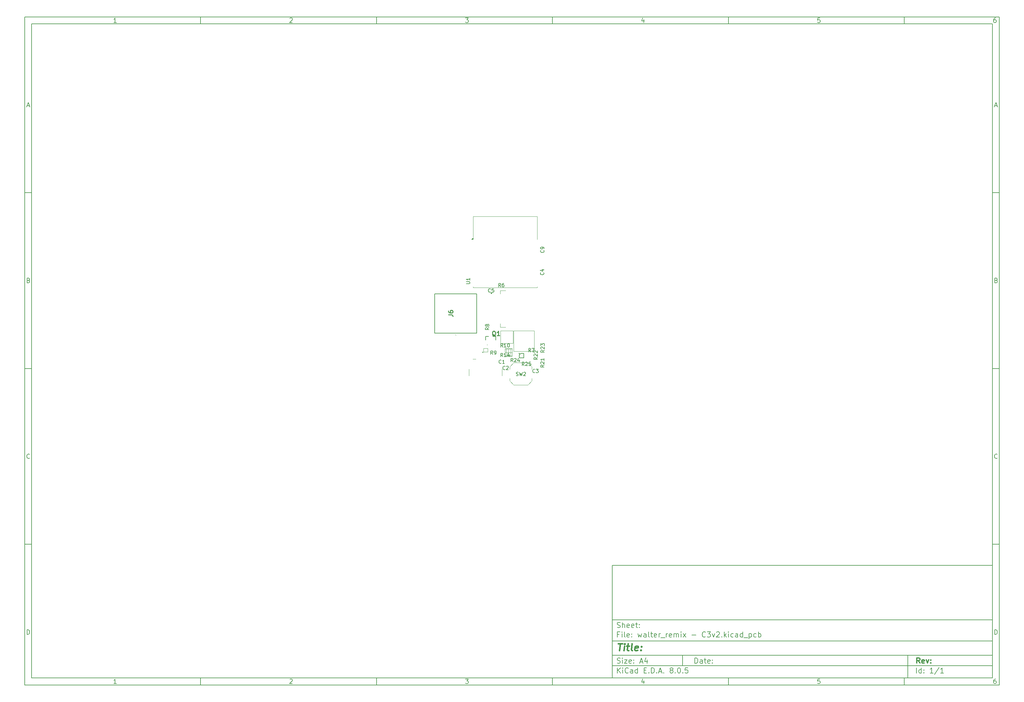
<source format=gbr>
%TF.GenerationSoftware,KiCad,Pcbnew,8.0.5*%
%TF.CreationDate,2024-12-27T02:30:01+01:00*%
%TF.ProjectId,walter_remix - C3v2,77616c74-6572-45f7-9265-6d6978202d20,rev?*%
%TF.SameCoordinates,Original*%
%TF.FileFunction,Legend,Top*%
%TF.FilePolarity,Positive*%
%FSLAX45Y45*%
G04 Gerber Fmt 4.5, Leading zero omitted, Abs format (unit mm)*
G04 Created by KiCad (PCBNEW 8.0.5) date 2024-12-27 02:30:01*
%MOMM*%
%LPD*%
G01*
G04 APERTURE LIST*
%ADD10C,0.100000*%
%ADD11C,0.150000*%
%ADD12C,0.300000*%
%ADD13C,0.400000*%
%ADD14C,0.254000*%
%ADD15C,0.120000*%
%ADD16C,0.200000*%
%ADD17C,0.010000*%
G04 APERTURE END LIST*
D10*
D11*
X17700220Y-16600720D02*
X28500220Y-16600720D01*
X28500220Y-19800720D01*
X17700220Y-19800720D01*
X17700220Y-16600720D01*
D10*
D11*
X1000000Y-1000000D02*
X28700220Y-1000000D01*
X28700220Y-20000720D01*
X1000000Y-20000720D01*
X1000000Y-1000000D01*
D10*
D11*
X1200000Y-1200000D02*
X28500220Y-1200000D01*
X28500220Y-19800720D01*
X1200000Y-19800720D01*
X1200000Y-1200000D01*
D10*
D11*
X6000000Y-1200000D02*
X6000000Y-1000000D01*
D10*
D11*
X11000000Y-1200000D02*
X11000000Y-1000000D01*
D10*
D11*
X16000000Y-1200000D02*
X16000000Y-1000000D01*
D10*
D11*
X21000000Y-1200000D02*
X21000000Y-1000000D01*
D10*
D11*
X26000000Y-1200000D02*
X26000000Y-1000000D01*
D10*
D11*
X3608916Y-1159360D02*
X3534630Y-1159360D01*
X3571773Y-1159360D02*
X3571773Y-1029360D01*
X3571773Y-1029360D02*
X3559392Y-1047932D01*
X3559392Y-1047932D02*
X3547011Y-1060313D01*
X3547011Y-1060313D02*
X3534630Y-1066503D01*
D10*
D11*
X8534630Y-1041741D02*
X8540821Y-1035551D01*
X8540821Y-1035551D02*
X8553202Y-1029360D01*
X8553202Y-1029360D02*
X8584154Y-1029360D01*
X8584154Y-1029360D02*
X8596535Y-1035551D01*
X8596535Y-1035551D02*
X8602726Y-1041741D01*
X8602726Y-1041741D02*
X8608916Y-1054122D01*
X8608916Y-1054122D02*
X8608916Y-1066503D01*
X8608916Y-1066503D02*
X8602726Y-1085075D01*
X8602726Y-1085075D02*
X8528440Y-1159360D01*
X8528440Y-1159360D02*
X8608916Y-1159360D01*
D10*
D11*
X13528440Y-1029360D02*
X13608916Y-1029360D01*
X13608916Y-1029360D02*
X13565583Y-1078884D01*
X13565583Y-1078884D02*
X13584154Y-1078884D01*
X13584154Y-1078884D02*
X13596535Y-1085075D01*
X13596535Y-1085075D02*
X13602725Y-1091265D01*
X13602725Y-1091265D02*
X13608916Y-1103646D01*
X13608916Y-1103646D02*
X13608916Y-1134599D01*
X13608916Y-1134599D02*
X13602725Y-1146980D01*
X13602725Y-1146980D02*
X13596535Y-1153170D01*
X13596535Y-1153170D02*
X13584154Y-1159360D01*
X13584154Y-1159360D02*
X13547011Y-1159360D01*
X13547011Y-1159360D02*
X13534630Y-1153170D01*
X13534630Y-1153170D02*
X13528440Y-1146980D01*
D10*
D11*
X18596535Y-1072694D02*
X18596535Y-1159360D01*
X18565583Y-1023170D02*
X18534630Y-1116027D01*
X18534630Y-1116027D02*
X18615106Y-1116027D01*
D10*
D11*
X23602725Y-1029360D02*
X23540821Y-1029360D01*
X23540821Y-1029360D02*
X23534630Y-1091265D01*
X23534630Y-1091265D02*
X23540821Y-1085075D01*
X23540821Y-1085075D02*
X23553202Y-1078884D01*
X23553202Y-1078884D02*
X23584154Y-1078884D01*
X23584154Y-1078884D02*
X23596535Y-1085075D01*
X23596535Y-1085075D02*
X23602725Y-1091265D01*
X23602725Y-1091265D02*
X23608916Y-1103646D01*
X23608916Y-1103646D02*
X23608916Y-1134599D01*
X23608916Y-1134599D02*
X23602725Y-1146980D01*
X23602725Y-1146980D02*
X23596535Y-1153170D01*
X23596535Y-1153170D02*
X23584154Y-1159360D01*
X23584154Y-1159360D02*
X23553202Y-1159360D01*
X23553202Y-1159360D02*
X23540821Y-1153170D01*
X23540821Y-1153170D02*
X23534630Y-1146980D01*
D10*
D11*
X28596535Y-1029360D02*
X28571773Y-1029360D01*
X28571773Y-1029360D02*
X28559392Y-1035551D01*
X28559392Y-1035551D02*
X28553202Y-1041741D01*
X28553202Y-1041741D02*
X28540821Y-1060313D01*
X28540821Y-1060313D02*
X28534630Y-1085075D01*
X28534630Y-1085075D02*
X28534630Y-1134599D01*
X28534630Y-1134599D02*
X28540821Y-1146980D01*
X28540821Y-1146980D02*
X28547011Y-1153170D01*
X28547011Y-1153170D02*
X28559392Y-1159360D01*
X28559392Y-1159360D02*
X28584154Y-1159360D01*
X28584154Y-1159360D02*
X28596535Y-1153170D01*
X28596535Y-1153170D02*
X28602725Y-1146980D01*
X28602725Y-1146980D02*
X28608916Y-1134599D01*
X28608916Y-1134599D02*
X28608916Y-1103646D01*
X28608916Y-1103646D02*
X28602725Y-1091265D01*
X28602725Y-1091265D02*
X28596535Y-1085075D01*
X28596535Y-1085075D02*
X28584154Y-1078884D01*
X28584154Y-1078884D02*
X28559392Y-1078884D01*
X28559392Y-1078884D02*
X28547011Y-1085075D01*
X28547011Y-1085075D02*
X28540821Y-1091265D01*
X28540821Y-1091265D02*
X28534630Y-1103646D01*
D10*
D11*
X6000000Y-19800720D02*
X6000000Y-20000720D01*
D10*
D11*
X11000000Y-19800720D02*
X11000000Y-20000720D01*
D10*
D11*
X16000000Y-19800720D02*
X16000000Y-20000720D01*
D10*
D11*
X21000000Y-19800720D02*
X21000000Y-20000720D01*
D10*
D11*
X26000000Y-19800720D02*
X26000000Y-20000720D01*
D10*
D11*
X3608916Y-19960080D02*
X3534630Y-19960080D01*
X3571773Y-19960080D02*
X3571773Y-19830080D01*
X3571773Y-19830080D02*
X3559392Y-19848652D01*
X3559392Y-19848652D02*
X3547011Y-19861033D01*
X3547011Y-19861033D02*
X3534630Y-19867223D01*
D10*
D11*
X8534630Y-19842461D02*
X8540821Y-19836271D01*
X8540821Y-19836271D02*
X8553202Y-19830080D01*
X8553202Y-19830080D02*
X8584154Y-19830080D01*
X8584154Y-19830080D02*
X8596535Y-19836271D01*
X8596535Y-19836271D02*
X8602726Y-19842461D01*
X8602726Y-19842461D02*
X8608916Y-19854842D01*
X8608916Y-19854842D02*
X8608916Y-19867223D01*
X8608916Y-19867223D02*
X8602726Y-19885795D01*
X8602726Y-19885795D02*
X8528440Y-19960080D01*
X8528440Y-19960080D02*
X8608916Y-19960080D01*
D10*
D11*
X13528440Y-19830080D02*
X13608916Y-19830080D01*
X13608916Y-19830080D02*
X13565583Y-19879604D01*
X13565583Y-19879604D02*
X13584154Y-19879604D01*
X13584154Y-19879604D02*
X13596535Y-19885795D01*
X13596535Y-19885795D02*
X13602725Y-19891985D01*
X13602725Y-19891985D02*
X13608916Y-19904366D01*
X13608916Y-19904366D02*
X13608916Y-19935319D01*
X13608916Y-19935319D02*
X13602725Y-19947700D01*
X13602725Y-19947700D02*
X13596535Y-19953890D01*
X13596535Y-19953890D02*
X13584154Y-19960080D01*
X13584154Y-19960080D02*
X13547011Y-19960080D01*
X13547011Y-19960080D02*
X13534630Y-19953890D01*
X13534630Y-19953890D02*
X13528440Y-19947700D01*
D10*
D11*
X18596535Y-19873414D02*
X18596535Y-19960080D01*
X18565583Y-19823890D02*
X18534630Y-19916747D01*
X18534630Y-19916747D02*
X18615106Y-19916747D01*
D10*
D11*
X23602725Y-19830080D02*
X23540821Y-19830080D01*
X23540821Y-19830080D02*
X23534630Y-19891985D01*
X23534630Y-19891985D02*
X23540821Y-19885795D01*
X23540821Y-19885795D02*
X23553202Y-19879604D01*
X23553202Y-19879604D02*
X23584154Y-19879604D01*
X23584154Y-19879604D02*
X23596535Y-19885795D01*
X23596535Y-19885795D02*
X23602725Y-19891985D01*
X23602725Y-19891985D02*
X23608916Y-19904366D01*
X23608916Y-19904366D02*
X23608916Y-19935319D01*
X23608916Y-19935319D02*
X23602725Y-19947700D01*
X23602725Y-19947700D02*
X23596535Y-19953890D01*
X23596535Y-19953890D02*
X23584154Y-19960080D01*
X23584154Y-19960080D02*
X23553202Y-19960080D01*
X23553202Y-19960080D02*
X23540821Y-19953890D01*
X23540821Y-19953890D02*
X23534630Y-19947700D01*
D10*
D11*
X28596535Y-19830080D02*
X28571773Y-19830080D01*
X28571773Y-19830080D02*
X28559392Y-19836271D01*
X28559392Y-19836271D02*
X28553202Y-19842461D01*
X28553202Y-19842461D02*
X28540821Y-19861033D01*
X28540821Y-19861033D02*
X28534630Y-19885795D01*
X28534630Y-19885795D02*
X28534630Y-19935319D01*
X28534630Y-19935319D02*
X28540821Y-19947700D01*
X28540821Y-19947700D02*
X28547011Y-19953890D01*
X28547011Y-19953890D02*
X28559392Y-19960080D01*
X28559392Y-19960080D02*
X28584154Y-19960080D01*
X28584154Y-19960080D02*
X28596535Y-19953890D01*
X28596535Y-19953890D02*
X28602725Y-19947700D01*
X28602725Y-19947700D02*
X28608916Y-19935319D01*
X28608916Y-19935319D02*
X28608916Y-19904366D01*
X28608916Y-19904366D02*
X28602725Y-19891985D01*
X28602725Y-19891985D02*
X28596535Y-19885795D01*
X28596535Y-19885795D02*
X28584154Y-19879604D01*
X28584154Y-19879604D02*
X28559392Y-19879604D01*
X28559392Y-19879604D02*
X28547011Y-19885795D01*
X28547011Y-19885795D02*
X28540821Y-19891985D01*
X28540821Y-19891985D02*
X28534630Y-19904366D01*
D10*
D11*
X1000000Y-6000000D02*
X1200000Y-6000000D01*
D10*
D11*
X1000000Y-11000000D02*
X1200000Y-11000000D01*
D10*
D11*
X1000000Y-16000000D02*
X1200000Y-16000000D01*
D10*
D11*
X1069048Y-3522218D02*
X1130952Y-3522218D01*
X1056667Y-3559360D02*
X1100000Y-3429360D01*
X1100000Y-3429360D02*
X1143333Y-3559360D01*
D10*
D11*
X1109286Y-8491265D02*
X1127857Y-8497456D01*
X1127857Y-8497456D02*
X1134048Y-8503646D01*
X1134048Y-8503646D02*
X1140238Y-8516027D01*
X1140238Y-8516027D02*
X1140238Y-8534599D01*
X1140238Y-8534599D02*
X1134048Y-8546980D01*
X1134048Y-8546980D02*
X1127857Y-8553170D01*
X1127857Y-8553170D02*
X1115476Y-8559360D01*
X1115476Y-8559360D02*
X1065952Y-8559360D01*
X1065952Y-8559360D02*
X1065952Y-8429360D01*
X1065952Y-8429360D02*
X1109286Y-8429360D01*
X1109286Y-8429360D02*
X1121667Y-8435551D01*
X1121667Y-8435551D02*
X1127857Y-8441741D01*
X1127857Y-8441741D02*
X1134048Y-8454122D01*
X1134048Y-8454122D02*
X1134048Y-8466503D01*
X1134048Y-8466503D02*
X1127857Y-8478884D01*
X1127857Y-8478884D02*
X1121667Y-8485075D01*
X1121667Y-8485075D02*
X1109286Y-8491265D01*
X1109286Y-8491265D02*
X1065952Y-8491265D01*
D10*
D11*
X1140238Y-13546979D02*
X1134048Y-13553170D01*
X1134048Y-13553170D02*
X1115476Y-13559360D01*
X1115476Y-13559360D02*
X1103095Y-13559360D01*
X1103095Y-13559360D02*
X1084524Y-13553170D01*
X1084524Y-13553170D02*
X1072143Y-13540789D01*
X1072143Y-13540789D02*
X1065952Y-13528408D01*
X1065952Y-13528408D02*
X1059762Y-13503646D01*
X1059762Y-13503646D02*
X1059762Y-13485075D01*
X1059762Y-13485075D02*
X1065952Y-13460313D01*
X1065952Y-13460313D02*
X1072143Y-13447932D01*
X1072143Y-13447932D02*
X1084524Y-13435551D01*
X1084524Y-13435551D02*
X1103095Y-13429360D01*
X1103095Y-13429360D02*
X1115476Y-13429360D01*
X1115476Y-13429360D02*
X1134048Y-13435551D01*
X1134048Y-13435551D02*
X1140238Y-13441741D01*
D10*
D11*
X1065952Y-18559360D02*
X1065952Y-18429360D01*
X1065952Y-18429360D02*
X1096905Y-18429360D01*
X1096905Y-18429360D02*
X1115476Y-18435551D01*
X1115476Y-18435551D02*
X1127857Y-18447932D01*
X1127857Y-18447932D02*
X1134048Y-18460313D01*
X1134048Y-18460313D02*
X1140238Y-18485075D01*
X1140238Y-18485075D02*
X1140238Y-18503646D01*
X1140238Y-18503646D02*
X1134048Y-18528408D01*
X1134048Y-18528408D02*
X1127857Y-18540789D01*
X1127857Y-18540789D02*
X1115476Y-18553170D01*
X1115476Y-18553170D02*
X1096905Y-18559360D01*
X1096905Y-18559360D02*
X1065952Y-18559360D01*
D10*
D11*
X28700220Y-6000000D02*
X28500220Y-6000000D01*
D10*
D11*
X28700220Y-11000000D02*
X28500220Y-11000000D01*
D10*
D11*
X28700220Y-16000000D02*
X28500220Y-16000000D01*
D10*
D11*
X28569268Y-3522218D02*
X28631172Y-3522218D01*
X28556887Y-3559360D02*
X28600220Y-3429360D01*
X28600220Y-3429360D02*
X28643553Y-3559360D01*
D10*
D11*
X28609506Y-8491265D02*
X28628077Y-8497456D01*
X28628077Y-8497456D02*
X28634268Y-8503646D01*
X28634268Y-8503646D02*
X28640458Y-8516027D01*
X28640458Y-8516027D02*
X28640458Y-8534599D01*
X28640458Y-8534599D02*
X28634268Y-8546980D01*
X28634268Y-8546980D02*
X28628077Y-8553170D01*
X28628077Y-8553170D02*
X28615696Y-8559360D01*
X28615696Y-8559360D02*
X28566172Y-8559360D01*
X28566172Y-8559360D02*
X28566172Y-8429360D01*
X28566172Y-8429360D02*
X28609506Y-8429360D01*
X28609506Y-8429360D02*
X28621887Y-8435551D01*
X28621887Y-8435551D02*
X28628077Y-8441741D01*
X28628077Y-8441741D02*
X28634268Y-8454122D01*
X28634268Y-8454122D02*
X28634268Y-8466503D01*
X28634268Y-8466503D02*
X28628077Y-8478884D01*
X28628077Y-8478884D02*
X28621887Y-8485075D01*
X28621887Y-8485075D02*
X28609506Y-8491265D01*
X28609506Y-8491265D02*
X28566172Y-8491265D01*
D10*
D11*
X28640458Y-13546979D02*
X28634268Y-13553170D01*
X28634268Y-13553170D02*
X28615696Y-13559360D01*
X28615696Y-13559360D02*
X28603315Y-13559360D01*
X28603315Y-13559360D02*
X28584744Y-13553170D01*
X28584744Y-13553170D02*
X28572363Y-13540789D01*
X28572363Y-13540789D02*
X28566172Y-13528408D01*
X28566172Y-13528408D02*
X28559982Y-13503646D01*
X28559982Y-13503646D02*
X28559982Y-13485075D01*
X28559982Y-13485075D02*
X28566172Y-13460313D01*
X28566172Y-13460313D02*
X28572363Y-13447932D01*
X28572363Y-13447932D02*
X28584744Y-13435551D01*
X28584744Y-13435551D02*
X28603315Y-13429360D01*
X28603315Y-13429360D02*
X28615696Y-13429360D01*
X28615696Y-13429360D02*
X28634268Y-13435551D01*
X28634268Y-13435551D02*
X28640458Y-13441741D01*
D10*
D11*
X28566172Y-18559360D02*
X28566172Y-18429360D01*
X28566172Y-18429360D02*
X28597125Y-18429360D01*
X28597125Y-18429360D02*
X28615696Y-18435551D01*
X28615696Y-18435551D02*
X28628077Y-18447932D01*
X28628077Y-18447932D02*
X28634268Y-18460313D01*
X28634268Y-18460313D02*
X28640458Y-18485075D01*
X28640458Y-18485075D02*
X28640458Y-18503646D01*
X28640458Y-18503646D02*
X28634268Y-18528408D01*
X28634268Y-18528408D02*
X28628077Y-18540789D01*
X28628077Y-18540789D02*
X28615696Y-18553170D01*
X28615696Y-18553170D02*
X28597125Y-18559360D01*
X28597125Y-18559360D02*
X28566172Y-18559360D01*
D10*
D11*
X20045803Y-19379333D02*
X20045803Y-19229333D01*
X20045803Y-19229333D02*
X20081517Y-19229333D01*
X20081517Y-19229333D02*
X20102946Y-19236476D01*
X20102946Y-19236476D02*
X20117231Y-19250761D01*
X20117231Y-19250761D02*
X20124374Y-19265047D01*
X20124374Y-19265047D02*
X20131517Y-19293619D01*
X20131517Y-19293619D02*
X20131517Y-19315047D01*
X20131517Y-19315047D02*
X20124374Y-19343619D01*
X20124374Y-19343619D02*
X20117231Y-19357904D01*
X20117231Y-19357904D02*
X20102946Y-19372190D01*
X20102946Y-19372190D02*
X20081517Y-19379333D01*
X20081517Y-19379333D02*
X20045803Y-19379333D01*
X20260088Y-19379333D02*
X20260088Y-19300761D01*
X20260088Y-19300761D02*
X20252946Y-19286476D01*
X20252946Y-19286476D02*
X20238660Y-19279333D01*
X20238660Y-19279333D02*
X20210088Y-19279333D01*
X20210088Y-19279333D02*
X20195803Y-19286476D01*
X20260088Y-19372190D02*
X20245803Y-19379333D01*
X20245803Y-19379333D02*
X20210088Y-19379333D01*
X20210088Y-19379333D02*
X20195803Y-19372190D01*
X20195803Y-19372190D02*
X20188660Y-19357904D01*
X20188660Y-19357904D02*
X20188660Y-19343619D01*
X20188660Y-19343619D02*
X20195803Y-19329333D01*
X20195803Y-19329333D02*
X20210088Y-19322190D01*
X20210088Y-19322190D02*
X20245803Y-19322190D01*
X20245803Y-19322190D02*
X20260088Y-19315047D01*
X20310088Y-19279333D02*
X20367231Y-19279333D01*
X20331517Y-19229333D02*
X20331517Y-19357904D01*
X20331517Y-19357904D02*
X20338660Y-19372190D01*
X20338660Y-19372190D02*
X20352946Y-19379333D01*
X20352946Y-19379333D02*
X20367231Y-19379333D01*
X20474374Y-19372190D02*
X20460088Y-19379333D01*
X20460088Y-19379333D02*
X20431517Y-19379333D01*
X20431517Y-19379333D02*
X20417231Y-19372190D01*
X20417231Y-19372190D02*
X20410088Y-19357904D01*
X20410088Y-19357904D02*
X20410088Y-19300761D01*
X20410088Y-19300761D02*
X20417231Y-19286476D01*
X20417231Y-19286476D02*
X20431517Y-19279333D01*
X20431517Y-19279333D02*
X20460088Y-19279333D01*
X20460088Y-19279333D02*
X20474374Y-19286476D01*
X20474374Y-19286476D02*
X20481517Y-19300761D01*
X20481517Y-19300761D02*
X20481517Y-19315047D01*
X20481517Y-19315047D02*
X20410088Y-19329333D01*
X20545803Y-19365047D02*
X20552946Y-19372190D01*
X20552946Y-19372190D02*
X20545803Y-19379333D01*
X20545803Y-19379333D02*
X20538660Y-19372190D01*
X20538660Y-19372190D02*
X20545803Y-19365047D01*
X20545803Y-19365047D02*
X20545803Y-19379333D01*
X20545803Y-19286476D02*
X20552946Y-19293619D01*
X20552946Y-19293619D02*
X20545803Y-19300761D01*
X20545803Y-19300761D02*
X20538660Y-19293619D01*
X20538660Y-19293619D02*
X20545803Y-19286476D01*
X20545803Y-19286476D02*
X20545803Y-19300761D01*
D10*
D11*
X17700220Y-19450720D02*
X28500220Y-19450720D01*
D10*
D11*
X17845803Y-19659333D02*
X17845803Y-19509333D01*
X17931517Y-19659333D02*
X17867231Y-19573619D01*
X17931517Y-19509333D02*
X17845803Y-19595047D01*
X17995803Y-19659333D02*
X17995803Y-19559333D01*
X17995803Y-19509333D02*
X17988660Y-19516476D01*
X17988660Y-19516476D02*
X17995803Y-19523619D01*
X17995803Y-19523619D02*
X18002946Y-19516476D01*
X18002946Y-19516476D02*
X17995803Y-19509333D01*
X17995803Y-19509333D02*
X17995803Y-19523619D01*
X18152946Y-19645047D02*
X18145803Y-19652190D01*
X18145803Y-19652190D02*
X18124374Y-19659333D01*
X18124374Y-19659333D02*
X18110088Y-19659333D01*
X18110088Y-19659333D02*
X18088660Y-19652190D01*
X18088660Y-19652190D02*
X18074374Y-19637904D01*
X18074374Y-19637904D02*
X18067231Y-19623619D01*
X18067231Y-19623619D02*
X18060088Y-19595047D01*
X18060088Y-19595047D02*
X18060088Y-19573619D01*
X18060088Y-19573619D02*
X18067231Y-19545047D01*
X18067231Y-19545047D02*
X18074374Y-19530761D01*
X18074374Y-19530761D02*
X18088660Y-19516476D01*
X18088660Y-19516476D02*
X18110088Y-19509333D01*
X18110088Y-19509333D02*
X18124374Y-19509333D01*
X18124374Y-19509333D02*
X18145803Y-19516476D01*
X18145803Y-19516476D02*
X18152946Y-19523619D01*
X18281517Y-19659333D02*
X18281517Y-19580761D01*
X18281517Y-19580761D02*
X18274374Y-19566476D01*
X18274374Y-19566476D02*
X18260088Y-19559333D01*
X18260088Y-19559333D02*
X18231517Y-19559333D01*
X18231517Y-19559333D02*
X18217231Y-19566476D01*
X18281517Y-19652190D02*
X18267231Y-19659333D01*
X18267231Y-19659333D02*
X18231517Y-19659333D01*
X18231517Y-19659333D02*
X18217231Y-19652190D01*
X18217231Y-19652190D02*
X18210088Y-19637904D01*
X18210088Y-19637904D02*
X18210088Y-19623619D01*
X18210088Y-19623619D02*
X18217231Y-19609333D01*
X18217231Y-19609333D02*
X18231517Y-19602190D01*
X18231517Y-19602190D02*
X18267231Y-19602190D01*
X18267231Y-19602190D02*
X18281517Y-19595047D01*
X18417231Y-19659333D02*
X18417231Y-19509333D01*
X18417231Y-19652190D02*
X18402946Y-19659333D01*
X18402946Y-19659333D02*
X18374374Y-19659333D01*
X18374374Y-19659333D02*
X18360088Y-19652190D01*
X18360088Y-19652190D02*
X18352946Y-19645047D01*
X18352946Y-19645047D02*
X18345803Y-19630761D01*
X18345803Y-19630761D02*
X18345803Y-19587904D01*
X18345803Y-19587904D02*
X18352946Y-19573619D01*
X18352946Y-19573619D02*
X18360088Y-19566476D01*
X18360088Y-19566476D02*
X18374374Y-19559333D01*
X18374374Y-19559333D02*
X18402946Y-19559333D01*
X18402946Y-19559333D02*
X18417231Y-19566476D01*
X18602946Y-19580761D02*
X18652946Y-19580761D01*
X18674374Y-19659333D02*
X18602946Y-19659333D01*
X18602946Y-19659333D02*
X18602946Y-19509333D01*
X18602946Y-19509333D02*
X18674374Y-19509333D01*
X18738660Y-19645047D02*
X18745803Y-19652190D01*
X18745803Y-19652190D02*
X18738660Y-19659333D01*
X18738660Y-19659333D02*
X18731517Y-19652190D01*
X18731517Y-19652190D02*
X18738660Y-19645047D01*
X18738660Y-19645047D02*
X18738660Y-19659333D01*
X18810088Y-19659333D02*
X18810088Y-19509333D01*
X18810088Y-19509333D02*
X18845803Y-19509333D01*
X18845803Y-19509333D02*
X18867231Y-19516476D01*
X18867231Y-19516476D02*
X18881517Y-19530761D01*
X18881517Y-19530761D02*
X18888660Y-19545047D01*
X18888660Y-19545047D02*
X18895803Y-19573619D01*
X18895803Y-19573619D02*
X18895803Y-19595047D01*
X18895803Y-19595047D02*
X18888660Y-19623619D01*
X18888660Y-19623619D02*
X18881517Y-19637904D01*
X18881517Y-19637904D02*
X18867231Y-19652190D01*
X18867231Y-19652190D02*
X18845803Y-19659333D01*
X18845803Y-19659333D02*
X18810088Y-19659333D01*
X18960088Y-19645047D02*
X18967231Y-19652190D01*
X18967231Y-19652190D02*
X18960088Y-19659333D01*
X18960088Y-19659333D02*
X18952946Y-19652190D01*
X18952946Y-19652190D02*
X18960088Y-19645047D01*
X18960088Y-19645047D02*
X18960088Y-19659333D01*
X19024374Y-19616476D02*
X19095803Y-19616476D01*
X19010089Y-19659333D02*
X19060089Y-19509333D01*
X19060089Y-19509333D02*
X19110089Y-19659333D01*
X19160088Y-19645047D02*
X19167231Y-19652190D01*
X19167231Y-19652190D02*
X19160088Y-19659333D01*
X19160088Y-19659333D02*
X19152946Y-19652190D01*
X19152946Y-19652190D02*
X19160088Y-19645047D01*
X19160088Y-19645047D02*
X19160088Y-19659333D01*
X19367231Y-19573619D02*
X19352946Y-19566476D01*
X19352946Y-19566476D02*
X19345803Y-19559333D01*
X19345803Y-19559333D02*
X19338660Y-19545047D01*
X19338660Y-19545047D02*
X19338660Y-19537904D01*
X19338660Y-19537904D02*
X19345803Y-19523619D01*
X19345803Y-19523619D02*
X19352946Y-19516476D01*
X19352946Y-19516476D02*
X19367231Y-19509333D01*
X19367231Y-19509333D02*
X19395803Y-19509333D01*
X19395803Y-19509333D02*
X19410089Y-19516476D01*
X19410089Y-19516476D02*
X19417231Y-19523619D01*
X19417231Y-19523619D02*
X19424374Y-19537904D01*
X19424374Y-19537904D02*
X19424374Y-19545047D01*
X19424374Y-19545047D02*
X19417231Y-19559333D01*
X19417231Y-19559333D02*
X19410089Y-19566476D01*
X19410089Y-19566476D02*
X19395803Y-19573619D01*
X19395803Y-19573619D02*
X19367231Y-19573619D01*
X19367231Y-19573619D02*
X19352946Y-19580761D01*
X19352946Y-19580761D02*
X19345803Y-19587904D01*
X19345803Y-19587904D02*
X19338660Y-19602190D01*
X19338660Y-19602190D02*
X19338660Y-19630761D01*
X19338660Y-19630761D02*
X19345803Y-19645047D01*
X19345803Y-19645047D02*
X19352946Y-19652190D01*
X19352946Y-19652190D02*
X19367231Y-19659333D01*
X19367231Y-19659333D02*
X19395803Y-19659333D01*
X19395803Y-19659333D02*
X19410089Y-19652190D01*
X19410089Y-19652190D02*
X19417231Y-19645047D01*
X19417231Y-19645047D02*
X19424374Y-19630761D01*
X19424374Y-19630761D02*
X19424374Y-19602190D01*
X19424374Y-19602190D02*
X19417231Y-19587904D01*
X19417231Y-19587904D02*
X19410089Y-19580761D01*
X19410089Y-19580761D02*
X19395803Y-19573619D01*
X19488660Y-19645047D02*
X19495803Y-19652190D01*
X19495803Y-19652190D02*
X19488660Y-19659333D01*
X19488660Y-19659333D02*
X19481517Y-19652190D01*
X19481517Y-19652190D02*
X19488660Y-19645047D01*
X19488660Y-19645047D02*
X19488660Y-19659333D01*
X19588660Y-19509333D02*
X19602946Y-19509333D01*
X19602946Y-19509333D02*
X19617231Y-19516476D01*
X19617231Y-19516476D02*
X19624374Y-19523619D01*
X19624374Y-19523619D02*
X19631517Y-19537904D01*
X19631517Y-19537904D02*
X19638660Y-19566476D01*
X19638660Y-19566476D02*
X19638660Y-19602190D01*
X19638660Y-19602190D02*
X19631517Y-19630761D01*
X19631517Y-19630761D02*
X19624374Y-19645047D01*
X19624374Y-19645047D02*
X19617231Y-19652190D01*
X19617231Y-19652190D02*
X19602946Y-19659333D01*
X19602946Y-19659333D02*
X19588660Y-19659333D01*
X19588660Y-19659333D02*
X19574374Y-19652190D01*
X19574374Y-19652190D02*
X19567231Y-19645047D01*
X19567231Y-19645047D02*
X19560088Y-19630761D01*
X19560088Y-19630761D02*
X19552946Y-19602190D01*
X19552946Y-19602190D02*
X19552946Y-19566476D01*
X19552946Y-19566476D02*
X19560088Y-19537904D01*
X19560088Y-19537904D02*
X19567231Y-19523619D01*
X19567231Y-19523619D02*
X19574374Y-19516476D01*
X19574374Y-19516476D02*
X19588660Y-19509333D01*
X19702946Y-19645047D02*
X19710088Y-19652190D01*
X19710088Y-19652190D02*
X19702946Y-19659333D01*
X19702946Y-19659333D02*
X19695803Y-19652190D01*
X19695803Y-19652190D02*
X19702946Y-19645047D01*
X19702946Y-19645047D02*
X19702946Y-19659333D01*
X19845803Y-19509333D02*
X19774374Y-19509333D01*
X19774374Y-19509333D02*
X19767231Y-19580761D01*
X19767231Y-19580761D02*
X19774374Y-19573619D01*
X19774374Y-19573619D02*
X19788660Y-19566476D01*
X19788660Y-19566476D02*
X19824374Y-19566476D01*
X19824374Y-19566476D02*
X19838660Y-19573619D01*
X19838660Y-19573619D02*
X19845803Y-19580761D01*
X19845803Y-19580761D02*
X19852946Y-19595047D01*
X19852946Y-19595047D02*
X19852946Y-19630761D01*
X19852946Y-19630761D02*
X19845803Y-19645047D01*
X19845803Y-19645047D02*
X19838660Y-19652190D01*
X19838660Y-19652190D02*
X19824374Y-19659333D01*
X19824374Y-19659333D02*
X19788660Y-19659333D01*
X19788660Y-19659333D02*
X19774374Y-19652190D01*
X19774374Y-19652190D02*
X19767231Y-19645047D01*
D10*
D11*
X17700220Y-19150720D02*
X28500220Y-19150720D01*
D10*
D12*
X26441385Y-19378553D02*
X26391385Y-19307124D01*
X26355671Y-19378553D02*
X26355671Y-19228553D01*
X26355671Y-19228553D02*
X26412814Y-19228553D01*
X26412814Y-19228553D02*
X26427100Y-19235696D01*
X26427100Y-19235696D02*
X26434242Y-19242839D01*
X26434242Y-19242839D02*
X26441385Y-19257124D01*
X26441385Y-19257124D02*
X26441385Y-19278553D01*
X26441385Y-19278553D02*
X26434242Y-19292839D01*
X26434242Y-19292839D02*
X26427100Y-19299981D01*
X26427100Y-19299981D02*
X26412814Y-19307124D01*
X26412814Y-19307124D02*
X26355671Y-19307124D01*
X26562814Y-19371410D02*
X26548528Y-19378553D01*
X26548528Y-19378553D02*
X26519957Y-19378553D01*
X26519957Y-19378553D02*
X26505671Y-19371410D01*
X26505671Y-19371410D02*
X26498528Y-19357124D01*
X26498528Y-19357124D02*
X26498528Y-19299981D01*
X26498528Y-19299981D02*
X26505671Y-19285696D01*
X26505671Y-19285696D02*
X26519957Y-19278553D01*
X26519957Y-19278553D02*
X26548528Y-19278553D01*
X26548528Y-19278553D02*
X26562814Y-19285696D01*
X26562814Y-19285696D02*
X26569957Y-19299981D01*
X26569957Y-19299981D02*
X26569957Y-19314267D01*
X26569957Y-19314267D02*
X26498528Y-19328553D01*
X26619957Y-19278553D02*
X26655671Y-19378553D01*
X26655671Y-19378553D02*
X26691385Y-19278553D01*
X26748528Y-19364267D02*
X26755671Y-19371410D01*
X26755671Y-19371410D02*
X26748528Y-19378553D01*
X26748528Y-19378553D02*
X26741385Y-19371410D01*
X26741385Y-19371410D02*
X26748528Y-19364267D01*
X26748528Y-19364267D02*
X26748528Y-19378553D01*
X26748528Y-19285696D02*
X26755671Y-19292839D01*
X26755671Y-19292839D02*
X26748528Y-19299981D01*
X26748528Y-19299981D02*
X26741385Y-19292839D01*
X26741385Y-19292839D02*
X26748528Y-19285696D01*
X26748528Y-19285696D02*
X26748528Y-19299981D01*
D10*
D11*
X17838660Y-19372190D02*
X17860088Y-19379333D01*
X17860088Y-19379333D02*
X17895803Y-19379333D01*
X17895803Y-19379333D02*
X17910088Y-19372190D01*
X17910088Y-19372190D02*
X17917231Y-19365047D01*
X17917231Y-19365047D02*
X17924374Y-19350761D01*
X17924374Y-19350761D02*
X17924374Y-19336476D01*
X17924374Y-19336476D02*
X17917231Y-19322190D01*
X17917231Y-19322190D02*
X17910088Y-19315047D01*
X17910088Y-19315047D02*
X17895803Y-19307904D01*
X17895803Y-19307904D02*
X17867231Y-19300761D01*
X17867231Y-19300761D02*
X17852946Y-19293619D01*
X17852946Y-19293619D02*
X17845803Y-19286476D01*
X17845803Y-19286476D02*
X17838660Y-19272190D01*
X17838660Y-19272190D02*
X17838660Y-19257904D01*
X17838660Y-19257904D02*
X17845803Y-19243619D01*
X17845803Y-19243619D02*
X17852946Y-19236476D01*
X17852946Y-19236476D02*
X17867231Y-19229333D01*
X17867231Y-19229333D02*
X17902946Y-19229333D01*
X17902946Y-19229333D02*
X17924374Y-19236476D01*
X17988660Y-19379333D02*
X17988660Y-19279333D01*
X17988660Y-19229333D02*
X17981517Y-19236476D01*
X17981517Y-19236476D02*
X17988660Y-19243619D01*
X17988660Y-19243619D02*
X17995803Y-19236476D01*
X17995803Y-19236476D02*
X17988660Y-19229333D01*
X17988660Y-19229333D02*
X17988660Y-19243619D01*
X18045803Y-19279333D02*
X18124374Y-19279333D01*
X18124374Y-19279333D02*
X18045803Y-19379333D01*
X18045803Y-19379333D02*
X18124374Y-19379333D01*
X18238660Y-19372190D02*
X18224374Y-19379333D01*
X18224374Y-19379333D02*
X18195803Y-19379333D01*
X18195803Y-19379333D02*
X18181517Y-19372190D01*
X18181517Y-19372190D02*
X18174374Y-19357904D01*
X18174374Y-19357904D02*
X18174374Y-19300761D01*
X18174374Y-19300761D02*
X18181517Y-19286476D01*
X18181517Y-19286476D02*
X18195803Y-19279333D01*
X18195803Y-19279333D02*
X18224374Y-19279333D01*
X18224374Y-19279333D02*
X18238660Y-19286476D01*
X18238660Y-19286476D02*
X18245803Y-19300761D01*
X18245803Y-19300761D02*
X18245803Y-19315047D01*
X18245803Y-19315047D02*
X18174374Y-19329333D01*
X18310088Y-19365047D02*
X18317231Y-19372190D01*
X18317231Y-19372190D02*
X18310088Y-19379333D01*
X18310088Y-19379333D02*
X18302946Y-19372190D01*
X18302946Y-19372190D02*
X18310088Y-19365047D01*
X18310088Y-19365047D02*
X18310088Y-19379333D01*
X18310088Y-19286476D02*
X18317231Y-19293619D01*
X18317231Y-19293619D02*
X18310088Y-19300761D01*
X18310088Y-19300761D02*
X18302946Y-19293619D01*
X18302946Y-19293619D02*
X18310088Y-19286476D01*
X18310088Y-19286476D02*
X18310088Y-19300761D01*
X18488660Y-19336476D02*
X18560088Y-19336476D01*
X18474374Y-19379333D02*
X18524374Y-19229333D01*
X18524374Y-19229333D02*
X18574374Y-19379333D01*
X18688660Y-19279333D02*
X18688660Y-19379333D01*
X18652946Y-19222190D02*
X18617231Y-19329333D01*
X18617231Y-19329333D02*
X18710088Y-19329333D01*
D10*
D11*
X26345803Y-19659333D02*
X26345803Y-19509333D01*
X26481517Y-19659333D02*
X26481517Y-19509333D01*
X26481517Y-19652190D02*
X26467231Y-19659333D01*
X26467231Y-19659333D02*
X26438660Y-19659333D01*
X26438660Y-19659333D02*
X26424374Y-19652190D01*
X26424374Y-19652190D02*
X26417231Y-19645047D01*
X26417231Y-19645047D02*
X26410088Y-19630761D01*
X26410088Y-19630761D02*
X26410088Y-19587904D01*
X26410088Y-19587904D02*
X26417231Y-19573619D01*
X26417231Y-19573619D02*
X26424374Y-19566476D01*
X26424374Y-19566476D02*
X26438660Y-19559333D01*
X26438660Y-19559333D02*
X26467231Y-19559333D01*
X26467231Y-19559333D02*
X26481517Y-19566476D01*
X26552945Y-19645047D02*
X26560088Y-19652190D01*
X26560088Y-19652190D02*
X26552945Y-19659333D01*
X26552945Y-19659333D02*
X26545803Y-19652190D01*
X26545803Y-19652190D02*
X26552945Y-19645047D01*
X26552945Y-19645047D02*
X26552945Y-19659333D01*
X26552945Y-19566476D02*
X26560088Y-19573619D01*
X26560088Y-19573619D02*
X26552945Y-19580761D01*
X26552945Y-19580761D02*
X26545803Y-19573619D01*
X26545803Y-19573619D02*
X26552945Y-19566476D01*
X26552945Y-19566476D02*
X26552945Y-19580761D01*
X26817231Y-19659333D02*
X26731517Y-19659333D01*
X26774374Y-19659333D02*
X26774374Y-19509333D01*
X26774374Y-19509333D02*
X26760088Y-19530761D01*
X26760088Y-19530761D02*
X26745803Y-19545047D01*
X26745803Y-19545047D02*
X26731517Y-19552190D01*
X26988660Y-19502190D02*
X26860088Y-19695047D01*
X27117231Y-19659333D02*
X27031517Y-19659333D01*
X27074374Y-19659333D02*
X27074374Y-19509333D01*
X27074374Y-19509333D02*
X27060088Y-19530761D01*
X27060088Y-19530761D02*
X27045803Y-19545047D01*
X27045803Y-19545047D02*
X27031517Y-19552190D01*
D10*
D11*
X17700220Y-18750720D02*
X28500220Y-18750720D01*
D10*
D13*
X17869393Y-18821164D02*
X17983679Y-18821164D01*
X17901536Y-19021164D02*
X17926536Y-18821164D01*
X18025345Y-19021164D02*
X18042012Y-18887830D01*
X18050345Y-18821164D02*
X18039631Y-18830688D01*
X18039631Y-18830688D02*
X18047964Y-18840211D01*
X18047964Y-18840211D02*
X18058679Y-18830688D01*
X18058679Y-18830688D02*
X18050345Y-18821164D01*
X18050345Y-18821164D02*
X18047964Y-18840211D01*
X18108679Y-18887830D02*
X18184869Y-18887830D01*
X18145583Y-18821164D02*
X18124155Y-18992592D01*
X18124155Y-18992592D02*
X18131298Y-19011640D01*
X18131298Y-19011640D02*
X18149155Y-19021164D01*
X18149155Y-19021164D02*
X18168202Y-19021164D01*
X18263441Y-19021164D02*
X18245583Y-19011640D01*
X18245583Y-19011640D02*
X18238441Y-18992592D01*
X18238441Y-18992592D02*
X18259869Y-18821164D01*
X18417012Y-19011640D02*
X18396774Y-19021164D01*
X18396774Y-19021164D02*
X18358679Y-19021164D01*
X18358679Y-19021164D02*
X18340821Y-19011640D01*
X18340821Y-19011640D02*
X18333679Y-18992592D01*
X18333679Y-18992592D02*
X18343202Y-18916402D01*
X18343202Y-18916402D02*
X18355107Y-18897354D01*
X18355107Y-18897354D02*
X18375345Y-18887830D01*
X18375345Y-18887830D02*
X18413440Y-18887830D01*
X18413440Y-18887830D02*
X18431298Y-18897354D01*
X18431298Y-18897354D02*
X18438440Y-18916402D01*
X18438440Y-18916402D02*
X18436060Y-18935450D01*
X18436060Y-18935450D02*
X18338440Y-18954497D01*
X18513441Y-19002116D02*
X18521774Y-19011640D01*
X18521774Y-19011640D02*
X18511060Y-19021164D01*
X18511060Y-19021164D02*
X18502726Y-19011640D01*
X18502726Y-19011640D02*
X18513441Y-19002116D01*
X18513441Y-19002116D02*
X18511060Y-19021164D01*
X18526536Y-18897354D02*
X18534869Y-18906878D01*
X18534869Y-18906878D02*
X18524155Y-18916402D01*
X18524155Y-18916402D02*
X18515821Y-18906878D01*
X18515821Y-18906878D02*
X18526536Y-18897354D01*
X18526536Y-18897354D02*
X18524155Y-18916402D01*
D10*
D11*
X17895803Y-18560761D02*
X17845803Y-18560761D01*
X17845803Y-18639333D02*
X17845803Y-18489333D01*
X17845803Y-18489333D02*
X17917231Y-18489333D01*
X17974374Y-18639333D02*
X17974374Y-18539333D01*
X17974374Y-18489333D02*
X17967231Y-18496476D01*
X17967231Y-18496476D02*
X17974374Y-18503619D01*
X17974374Y-18503619D02*
X17981517Y-18496476D01*
X17981517Y-18496476D02*
X17974374Y-18489333D01*
X17974374Y-18489333D02*
X17974374Y-18503619D01*
X18067231Y-18639333D02*
X18052946Y-18632190D01*
X18052946Y-18632190D02*
X18045803Y-18617904D01*
X18045803Y-18617904D02*
X18045803Y-18489333D01*
X18181517Y-18632190D02*
X18167231Y-18639333D01*
X18167231Y-18639333D02*
X18138660Y-18639333D01*
X18138660Y-18639333D02*
X18124374Y-18632190D01*
X18124374Y-18632190D02*
X18117231Y-18617904D01*
X18117231Y-18617904D02*
X18117231Y-18560761D01*
X18117231Y-18560761D02*
X18124374Y-18546476D01*
X18124374Y-18546476D02*
X18138660Y-18539333D01*
X18138660Y-18539333D02*
X18167231Y-18539333D01*
X18167231Y-18539333D02*
X18181517Y-18546476D01*
X18181517Y-18546476D02*
X18188660Y-18560761D01*
X18188660Y-18560761D02*
X18188660Y-18575047D01*
X18188660Y-18575047D02*
X18117231Y-18589333D01*
X18252945Y-18625047D02*
X18260088Y-18632190D01*
X18260088Y-18632190D02*
X18252945Y-18639333D01*
X18252945Y-18639333D02*
X18245803Y-18632190D01*
X18245803Y-18632190D02*
X18252945Y-18625047D01*
X18252945Y-18625047D02*
X18252945Y-18639333D01*
X18252945Y-18546476D02*
X18260088Y-18553619D01*
X18260088Y-18553619D02*
X18252945Y-18560761D01*
X18252945Y-18560761D02*
X18245803Y-18553619D01*
X18245803Y-18553619D02*
X18252945Y-18546476D01*
X18252945Y-18546476D02*
X18252945Y-18560761D01*
X18424374Y-18539333D02*
X18452946Y-18639333D01*
X18452946Y-18639333D02*
X18481517Y-18567904D01*
X18481517Y-18567904D02*
X18510088Y-18639333D01*
X18510088Y-18639333D02*
X18538660Y-18539333D01*
X18660088Y-18639333D02*
X18660088Y-18560761D01*
X18660088Y-18560761D02*
X18652946Y-18546476D01*
X18652946Y-18546476D02*
X18638660Y-18539333D01*
X18638660Y-18539333D02*
X18610088Y-18539333D01*
X18610088Y-18539333D02*
X18595803Y-18546476D01*
X18660088Y-18632190D02*
X18645803Y-18639333D01*
X18645803Y-18639333D02*
X18610088Y-18639333D01*
X18610088Y-18639333D02*
X18595803Y-18632190D01*
X18595803Y-18632190D02*
X18588660Y-18617904D01*
X18588660Y-18617904D02*
X18588660Y-18603619D01*
X18588660Y-18603619D02*
X18595803Y-18589333D01*
X18595803Y-18589333D02*
X18610088Y-18582190D01*
X18610088Y-18582190D02*
X18645803Y-18582190D01*
X18645803Y-18582190D02*
X18660088Y-18575047D01*
X18752946Y-18639333D02*
X18738660Y-18632190D01*
X18738660Y-18632190D02*
X18731517Y-18617904D01*
X18731517Y-18617904D02*
X18731517Y-18489333D01*
X18788660Y-18539333D02*
X18845803Y-18539333D01*
X18810088Y-18489333D02*
X18810088Y-18617904D01*
X18810088Y-18617904D02*
X18817231Y-18632190D01*
X18817231Y-18632190D02*
X18831517Y-18639333D01*
X18831517Y-18639333D02*
X18845803Y-18639333D01*
X18952946Y-18632190D02*
X18938660Y-18639333D01*
X18938660Y-18639333D02*
X18910088Y-18639333D01*
X18910088Y-18639333D02*
X18895803Y-18632190D01*
X18895803Y-18632190D02*
X18888660Y-18617904D01*
X18888660Y-18617904D02*
X18888660Y-18560761D01*
X18888660Y-18560761D02*
X18895803Y-18546476D01*
X18895803Y-18546476D02*
X18910088Y-18539333D01*
X18910088Y-18539333D02*
X18938660Y-18539333D01*
X18938660Y-18539333D02*
X18952946Y-18546476D01*
X18952946Y-18546476D02*
X18960088Y-18560761D01*
X18960088Y-18560761D02*
X18960088Y-18575047D01*
X18960088Y-18575047D02*
X18888660Y-18589333D01*
X19024374Y-18639333D02*
X19024374Y-18539333D01*
X19024374Y-18567904D02*
X19031517Y-18553619D01*
X19031517Y-18553619D02*
X19038660Y-18546476D01*
X19038660Y-18546476D02*
X19052946Y-18539333D01*
X19052946Y-18539333D02*
X19067231Y-18539333D01*
X19081517Y-18653619D02*
X19195803Y-18653619D01*
X19231517Y-18639333D02*
X19231517Y-18539333D01*
X19231517Y-18567904D02*
X19238660Y-18553619D01*
X19238660Y-18553619D02*
X19245803Y-18546476D01*
X19245803Y-18546476D02*
X19260088Y-18539333D01*
X19260088Y-18539333D02*
X19274374Y-18539333D01*
X19381517Y-18632190D02*
X19367231Y-18639333D01*
X19367231Y-18639333D02*
X19338660Y-18639333D01*
X19338660Y-18639333D02*
X19324374Y-18632190D01*
X19324374Y-18632190D02*
X19317231Y-18617904D01*
X19317231Y-18617904D02*
X19317231Y-18560761D01*
X19317231Y-18560761D02*
X19324374Y-18546476D01*
X19324374Y-18546476D02*
X19338660Y-18539333D01*
X19338660Y-18539333D02*
X19367231Y-18539333D01*
X19367231Y-18539333D02*
X19381517Y-18546476D01*
X19381517Y-18546476D02*
X19388660Y-18560761D01*
X19388660Y-18560761D02*
X19388660Y-18575047D01*
X19388660Y-18575047D02*
X19317231Y-18589333D01*
X19452945Y-18639333D02*
X19452945Y-18539333D01*
X19452945Y-18553619D02*
X19460088Y-18546476D01*
X19460088Y-18546476D02*
X19474374Y-18539333D01*
X19474374Y-18539333D02*
X19495803Y-18539333D01*
X19495803Y-18539333D02*
X19510088Y-18546476D01*
X19510088Y-18546476D02*
X19517231Y-18560761D01*
X19517231Y-18560761D02*
X19517231Y-18639333D01*
X19517231Y-18560761D02*
X19524374Y-18546476D01*
X19524374Y-18546476D02*
X19538660Y-18539333D01*
X19538660Y-18539333D02*
X19560088Y-18539333D01*
X19560088Y-18539333D02*
X19574374Y-18546476D01*
X19574374Y-18546476D02*
X19581517Y-18560761D01*
X19581517Y-18560761D02*
X19581517Y-18639333D01*
X19652945Y-18639333D02*
X19652945Y-18539333D01*
X19652945Y-18489333D02*
X19645803Y-18496476D01*
X19645803Y-18496476D02*
X19652945Y-18503619D01*
X19652945Y-18503619D02*
X19660088Y-18496476D01*
X19660088Y-18496476D02*
X19652945Y-18489333D01*
X19652945Y-18489333D02*
X19652945Y-18503619D01*
X19710088Y-18639333D02*
X19788660Y-18539333D01*
X19710088Y-18539333D02*
X19788660Y-18639333D01*
X19960088Y-18582190D02*
X20074374Y-18582190D01*
X20345803Y-18625047D02*
X20338660Y-18632190D01*
X20338660Y-18632190D02*
X20317231Y-18639333D01*
X20317231Y-18639333D02*
X20302945Y-18639333D01*
X20302945Y-18639333D02*
X20281517Y-18632190D01*
X20281517Y-18632190D02*
X20267231Y-18617904D01*
X20267231Y-18617904D02*
X20260088Y-18603619D01*
X20260088Y-18603619D02*
X20252945Y-18575047D01*
X20252945Y-18575047D02*
X20252945Y-18553619D01*
X20252945Y-18553619D02*
X20260088Y-18525047D01*
X20260088Y-18525047D02*
X20267231Y-18510761D01*
X20267231Y-18510761D02*
X20281517Y-18496476D01*
X20281517Y-18496476D02*
X20302945Y-18489333D01*
X20302945Y-18489333D02*
X20317231Y-18489333D01*
X20317231Y-18489333D02*
X20338660Y-18496476D01*
X20338660Y-18496476D02*
X20345803Y-18503619D01*
X20395803Y-18489333D02*
X20488660Y-18489333D01*
X20488660Y-18489333D02*
X20438660Y-18546476D01*
X20438660Y-18546476D02*
X20460088Y-18546476D01*
X20460088Y-18546476D02*
X20474374Y-18553619D01*
X20474374Y-18553619D02*
X20481517Y-18560761D01*
X20481517Y-18560761D02*
X20488660Y-18575047D01*
X20488660Y-18575047D02*
X20488660Y-18610761D01*
X20488660Y-18610761D02*
X20481517Y-18625047D01*
X20481517Y-18625047D02*
X20474374Y-18632190D01*
X20474374Y-18632190D02*
X20460088Y-18639333D01*
X20460088Y-18639333D02*
X20417231Y-18639333D01*
X20417231Y-18639333D02*
X20402945Y-18632190D01*
X20402945Y-18632190D02*
X20395803Y-18625047D01*
X20538660Y-18539333D02*
X20574374Y-18639333D01*
X20574374Y-18639333D02*
X20610088Y-18539333D01*
X20660088Y-18503619D02*
X20667231Y-18496476D01*
X20667231Y-18496476D02*
X20681517Y-18489333D01*
X20681517Y-18489333D02*
X20717231Y-18489333D01*
X20717231Y-18489333D02*
X20731517Y-18496476D01*
X20731517Y-18496476D02*
X20738660Y-18503619D01*
X20738660Y-18503619D02*
X20745803Y-18517904D01*
X20745803Y-18517904D02*
X20745803Y-18532190D01*
X20745803Y-18532190D02*
X20738660Y-18553619D01*
X20738660Y-18553619D02*
X20652945Y-18639333D01*
X20652945Y-18639333D02*
X20745803Y-18639333D01*
X20810088Y-18625047D02*
X20817231Y-18632190D01*
X20817231Y-18632190D02*
X20810088Y-18639333D01*
X20810088Y-18639333D02*
X20802945Y-18632190D01*
X20802945Y-18632190D02*
X20810088Y-18625047D01*
X20810088Y-18625047D02*
X20810088Y-18639333D01*
X20881517Y-18639333D02*
X20881517Y-18489333D01*
X20895803Y-18582190D02*
X20938660Y-18639333D01*
X20938660Y-18539333D02*
X20881517Y-18596476D01*
X21002945Y-18639333D02*
X21002945Y-18539333D01*
X21002945Y-18489333D02*
X20995803Y-18496476D01*
X20995803Y-18496476D02*
X21002945Y-18503619D01*
X21002945Y-18503619D02*
X21010088Y-18496476D01*
X21010088Y-18496476D02*
X21002945Y-18489333D01*
X21002945Y-18489333D02*
X21002945Y-18503619D01*
X21138660Y-18632190D02*
X21124374Y-18639333D01*
X21124374Y-18639333D02*
X21095803Y-18639333D01*
X21095803Y-18639333D02*
X21081517Y-18632190D01*
X21081517Y-18632190D02*
X21074374Y-18625047D01*
X21074374Y-18625047D02*
X21067231Y-18610761D01*
X21067231Y-18610761D02*
X21067231Y-18567904D01*
X21067231Y-18567904D02*
X21074374Y-18553619D01*
X21074374Y-18553619D02*
X21081517Y-18546476D01*
X21081517Y-18546476D02*
X21095803Y-18539333D01*
X21095803Y-18539333D02*
X21124374Y-18539333D01*
X21124374Y-18539333D02*
X21138660Y-18546476D01*
X21267231Y-18639333D02*
X21267231Y-18560761D01*
X21267231Y-18560761D02*
X21260088Y-18546476D01*
X21260088Y-18546476D02*
X21245803Y-18539333D01*
X21245803Y-18539333D02*
X21217231Y-18539333D01*
X21217231Y-18539333D02*
X21202945Y-18546476D01*
X21267231Y-18632190D02*
X21252945Y-18639333D01*
X21252945Y-18639333D02*
X21217231Y-18639333D01*
X21217231Y-18639333D02*
X21202945Y-18632190D01*
X21202945Y-18632190D02*
X21195803Y-18617904D01*
X21195803Y-18617904D02*
X21195803Y-18603619D01*
X21195803Y-18603619D02*
X21202945Y-18589333D01*
X21202945Y-18589333D02*
X21217231Y-18582190D01*
X21217231Y-18582190D02*
X21252945Y-18582190D01*
X21252945Y-18582190D02*
X21267231Y-18575047D01*
X21402945Y-18639333D02*
X21402945Y-18489333D01*
X21402945Y-18632190D02*
X21388660Y-18639333D01*
X21388660Y-18639333D02*
X21360088Y-18639333D01*
X21360088Y-18639333D02*
X21345803Y-18632190D01*
X21345803Y-18632190D02*
X21338660Y-18625047D01*
X21338660Y-18625047D02*
X21331517Y-18610761D01*
X21331517Y-18610761D02*
X21331517Y-18567904D01*
X21331517Y-18567904D02*
X21338660Y-18553619D01*
X21338660Y-18553619D02*
X21345803Y-18546476D01*
X21345803Y-18546476D02*
X21360088Y-18539333D01*
X21360088Y-18539333D02*
X21388660Y-18539333D01*
X21388660Y-18539333D02*
X21402945Y-18546476D01*
X21438660Y-18653619D02*
X21552945Y-18653619D01*
X21588660Y-18539333D02*
X21588660Y-18689333D01*
X21588660Y-18546476D02*
X21602945Y-18539333D01*
X21602945Y-18539333D02*
X21631517Y-18539333D01*
X21631517Y-18539333D02*
X21645803Y-18546476D01*
X21645803Y-18546476D02*
X21652945Y-18553619D01*
X21652945Y-18553619D02*
X21660088Y-18567904D01*
X21660088Y-18567904D02*
X21660088Y-18610761D01*
X21660088Y-18610761D02*
X21652945Y-18625047D01*
X21652945Y-18625047D02*
X21645803Y-18632190D01*
X21645803Y-18632190D02*
X21631517Y-18639333D01*
X21631517Y-18639333D02*
X21602945Y-18639333D01*
X21602945Y-18639333D02*
X21588660Y-18632190D01*
X21788660Y-18632190D02*
X21774374Y-18639333D01*
X21774374Y-18639333D02*
X21745803Y-18639333D01*
X21745803Y-18639333D02*
X21731517Y-18632190D01*
X21731517Y-18632190D02*
X21724374Y-18625047D01*
X21724374Y-18625047D02*
X21717231Y-18610761D01*
X21717231Y-18610761D02*
X21717231Y-18567904D01*
X21717231Y-18567904D02*
X21724374Y-18553619D01*
X21724374Y-18553619D02*
X21731517Y-18546476D01*
X21731517Y-18546476D02*
X21745803Y-18539333D01*
X21745803Y-18539333D02*
X21774374Y-18539333D01*
X21774374Y-18539333D02*
X21788660Y-18546476D01*
X21852945Y-18639333D02*
X21852945Y-18489333D01*
X21852945Y-18546476D02*
X21867231Y-18539333D01*
X21867231Y-18539333D02*
X21895803Y-18539333D01*
X21895803Y-18539333D02*
X21910088Y-18546476D01*
X21910088Y-18546476D02*
X21917231Y-18553619D01*
X21917231Y-18553619D02*
X21924374Y-18567904D01*
X21924374Y-18567904D02*
X21924374Y-18610761D01*
X21924374Y-18610761D02*
X21917231Y-18625047D01*
X21917231Y-18625047D02*
X21910088Y-18632190D01*
X21910088Y-18632190D02*
X21895803Y-18639333D01*
X21895803Y-18639333D02*
X21867231Y-18639333D01*
X21867231Y-18639333D02*
X21852945Y-18632190D01*
D10*
D11*
X17700220Y-18150720D02*
X28500220Y-18150720D01*
D10*
D11*
X17838660Y-18362190D02*
X17860088Y-18369333D01*
X17860088Y-18369333D02*
X17895803Y-18369333D01*
X17895803Y-18369333D02*
X17910088Y-18362190D01*
X17910088Y-18362190D02*
X17917231Y-18355047D01*
X17917231Y-18355047D02*
X17924374Y-18340761D01*
X17924374Y-18340761D02*
X17924374Y-18326476D01*
X17924374Y-18326476D02*
X17917231Y-18312190D01*
X17917231Y-18312190D02*
X17910088Y-18305047D01*
X17910088Y-18305047D02*
X17895803Y-18297904D01*
X17895803Y-18297904D02*
X17867231Y-18290761D01*
X17867231Y-18290761D02*
X17852946Y-18283619D01*
X17852946Y-18283619D02*
X17845803Y-18276476D01*
X17845803Y-18276476D02*
X17838660Y-18262190D01*
X17838660Y-18262190D02*
X17838660Y-18247904D01*
X17838660Y-18247904D02*
X17845803Y-18233619D01*
X17845803Y-18233619D02*
X17852946Y-18226476D01*
X17852946Y-18226476D02*
X17867231Y-18219333D01*
X17867231Y-18219333D02*
X17902946Y-18219333D01*
X17902946Y-18219333D02*
X17924374Y-18226476D01*
X17988660Y-18369333D02*
X17988660Y-18219333D01*
X18052946Y-18369333D02*
X18052946Y-18290761D01*
X18052946Y-18290761D02*
X18045803Y-18276476D01*
X18045803Y-18276476D02*
X18031517Y-18269333D01*
X18031517Y-18269333D02*
X18010088Y-18269333D01*
X18010088Y-18269333D02*
X17995803Y-18276476D01*
X17995803Y-18276476D02*
X17988660Y-18283619D01*
X18181517Y-18362190D02*
X18167231Y-18369333D01*
X18167231Y-18369333D02*
X18138660Y-18369333D01*
X18138660Y-18369333D02*
X18124374Y-18362190D01*
X18124374Y-18362190D02*
X18117231Y-18347904D01*
X18117231Y-18347904D02*
X18117231Y-18290761D01*
X18117231Y-18290761D02*
X18124374Y-18276476D01*
X18124374Y-18276476D02*
X18138660Y-18269333D01*
X18138660Y-18269333D02*
X18167231Y-18269333D01*
X18167231Y-18269333D02*
X18181517Y-18276476D01*
X18181517Y-18276476D02*
X18188660Y-18290761D01*
X18188660Y-18290761D02*
X18188660Y-18305047D01*
X18188660Y-18305047D02*
X18117231Y-18319333D01*
X18310088Y-18362190D02*
X18295803Y-18369333D01*
X18295803Y-18369333D02*
X18267231Y-18369333D01*
X18267231Y-18369333D02*
X18252945Y-18362190D01*
X18252945Y-18362190D02*
X18245803Y-18347904D01*
X18245803Y-18347904D02*
X18245803Y-18290761D01*
X18245803Y-18290761D02*
X18252945Y-18276476D01*
X18252945Y-18276476D02*
X18267231Y-18269333D01*
X18267231Y-18269333D02*
X18295803Y-18269333D01*
X18295803Y-18269333D02*
X18310088Y-18276476D01*
X18310088Y-18276476D02*
X18317231Y-18290761D01*
X18317231Y-18290761D02*
X18317231Y-18305047D01*
X18317231Y-18305047D02*
X18245803Y-18319333D01*
X18360088Y-18269333D02*
X18417231Y-18269333D01*
X18381517Y-18219333D02*
X18381517Y-18347904D01*
X18381517Y-18347904D02*
X18388660Y-18362190D01*
X18388660Y-18362190D02*
X18402945Y-18369333D01*
X18402945Y-18369333D02*
X18417231Y-18369333D01*
X18467231Y-18355047D02*
X18474374Y-18362190D01*
X18474374Y-18362190D02*
X18467231Y-18369333D01*
X18467231Y-18369333D02*
X18460088Y-18362190D01*
X18460088Y-18362190D02*
X18467231Y-18355047D01*
X18467231Y-18355047D02*
X18467231Y-18369333D01*
X18467231Y-18276476D02*
X18474374Y-18283619D01*
X18474374Y-18283619D02*
X18467231Y-18290761D01*
X18467231Y-18290761D02*
X18460088Y-18283619D01*
X18460088Y-18283619D02*
X18467231Y-18276476D01*
X18467231Y-18276476D02*
X18467231Y-18290761D01*
D10*
D11*
X19700220Y-19150720D02*
X19700220Y-19450720D01*
D10*
D11*
X26100220Y-19150720D02*
X26100220Y-19800720D01*
X13552982Y-8586690D02*
X13633934Y-8586690D01*
X13633934Y-8586690D02*
X13643458Y-8581929D01*
X13643458Y-8581929D02*
X13648220Y-8577167D01*
X13648220Y-8577167D02*
X13652982Y-8567643D01*
X13652982Y-8567643D02*
X13652982Y-8548595D01*
X13652982Y-8548595D02*
X13648220Y-8539071D01*
X13648220Y-8539071D02*
X13643458Y-8534310D01*
X13643458Y-8534310D02*
X13633934Y-8529548D01*
X13633934Y-8529548D02*
X13552982Y-8529548D01*
X13652982Y-8429548D02*
X13652982Y-8486690D01*
X13652982Y-8458119D02*
X13552982Y-8458119D01*
X13552982Y-8458119D02*
X13567268Y-8467643D01*
X13567268Y-8467643D02*
X13576791Y-8477167D01*
X13576791Y-8477167D02*
X13581553Y-8486690D01*
D14*
X13040432Y-9472333D02*
X13131146Y-9472333D01*
X13131146Y-9472333D02*
X13149289Y-9478381D01*
X13149289Y-9478381D02*
X13161384Y-9490476D01*
X13161384Y-9490476D02*
X13167432Y-9508619D01*
X13167432Y-9508619D02*
X13167432Y-9520714D01*
X13040432Y-9357429D02*
X13040432Y-9381619D01*
X13040432Y-9381619D02*
X13046479Y-9393714D01*
X13046479Y-9393714D02*
X13052527Y-9399762D01*
X13052527Y-9399762D02*
X13070670Y-9411857D01*
X13070670Y-9411857D02*
X13094860Y-9417905D01*
X13094860Y-9417905D02*
X13143241Y-9417905D01*
X13143241Y-9417905D02*
X13155336Y-9411857D01*
X13155336Y-9411857D02*
X13161384Y-9405809D01*
X13161384Y-9405809D02*
X13167432Y-9393714D01*
X13167432Y-9393714D02*
X13167432Y-9369524D01*
X13167432Y-9369524D02*
X13161384Y-9357429D01*
X13161384Y-9357429D02*
X13155336Y-9351381D01*
X13155336Y-9351381D02*
X13143241Y-9345333D01*
X13143241Y-9345333D02*
X13113003Y-9345333D01*
X13113003Y-9345333D02*
X13100908Y-9351381D01*
X13100908Y-9351381D02*
X13094860Y-9357429D01*
X13094860Y-9357429D02*
X13088813Y-9369524D01*
X13088813Y-9369524D02*
X13088813Y-9393714D01*
X13088813Y-9393714D02*
X13094860Y-9405809D01*
X13094860Y-9405809D02*
X13100908Y-9411857D01*
X13100908Y-9411857D02*
X13113003Y-9417905D01*
X14381905Y-10076527D02*
X14369809Y-10070479D01*
X14369809Y-10070479D02*
X14357714Y-10058384D01*
X14357714Y-10058384D02*
X14339571Y-10040241D01*
X14339571Y-10040241D02*
X14327476Y-10034194D01*
X14327476Y-10034194D02*
X14315381Y-10034194D01*
X14321428Y-10064432D02*
X14309333Y-10058384D01*
X14309333Y-10058384D02*
X14297238Y-10046289D01*
X14297238Y-10046289D02*
X14291190Y-10022098D01*
X14291190Y-10022098D02*
X14291190Y-9979765D01*
X14291190Y-9979765D02*
X14297238Y-9955575D01*
X14297238Y-9955575D02*
X14309333Y-9943479D01*
X14309333Y-9943479D02*
X14321428Y-9937432D01*
X14321428Y-9937432D02*
X14345619Y-9937432D01*
X14345619Y-9937432D02*
X14357714Y-9943479D01*
X14357714Y-9943479D02*
X14369809Y-9955575D01*
X14369809Y-9955575D02*
X14375857Y-9979765D01*
X14375857Y-9979765D02*
X14375857Y-10022098D01*
X14375857Y-10022098D02*
X14369809Y-10046289D01*
X14369809Y-10046289D02*
X14357714Y-10058384D01*
X14357714Y-10058384D02*
X14345619Y-10064432D01*
X14345619Y-10064432D02*
X14321428Y-10064432D01*
X14496809Y-10064432D02*
X14424238Y-10064432D01*
X14460524Y-10064432D02*
X14460524Y-9937432D01*
X14460524Y-9937432D02*
X14448428Y-9955575D01*
X14448428Y-9955575D02*
X14436333Y-9967670D01*
X14436333Y-9967670D02*
X14424238Y-9973718D01*
D11*
X15194714Y-10918482D02*
X15161381Y-10870863D01*
X15137571Y-10918482D02*
X15137571Y-10818482D01*
X15137571Y-10818482D02*
X15175667Y-10818482D01*
X15175667Y-10818482D02*
X15185190Y-10823244D01*
X15185190Y-10823244D02*
X15189952Y-10828006D01*
X15189952Y-10828006D02*
X15194714Y-10837530D01*
X15194714Y-10837530D02*
X15194714Y-10851815D01*
X15194714Y-10851815D02*
X15189952Y-10861339D01*
X15189952Y-10861339D02*
X15185190Y-10866101D01*
X15185190Y-10866101D02*
X15175667Y-10870863D01*
X15175667Y-10870863D02*
X15137571Y-10870863D01*
X15232809Y-10828006D02*
X15237571Y-10823244D01*
X15237571Y-10823244D02*
X15247095Y-10818482D01*
X15247095Y-10818482D02*
X15270905Y-10818482D01*
X15270905Y-10818482D02*
X15280428Y-10823244D01*
X15280428Y-10823244D02*
X15285190Y-10828006D01*
X15285190Y-10828006D02*
X15289952Y-10837530D01*
X15289952Y-10837530D02*
X15289952Y-10847053D01*
X15289952Y-10847053D02*
X15285190Y-10861339D01*
X15285190Y-10861339D02*
X15228048Y-10918482D01*
X15228048Y-10918482D02*
X15289952Y-10918482D01*
X15380428Y-10818482D02*
X15332809Y-10818482D01*
X15332809Y-10818482D02*
X15328048Y-10866101D01*
X15328048Y-10866101D02*
X15332809Y-10861339D01*
X15332809Y-10861339D02*
X15342333Y-10856577D01*
X15342333Y-10856577D02*
X15366143Y-10856577D01*
X15366143Y-10856577D02*
X15375667Y-10861339D01*
X15375667Y-10861339D02*
X15380428Y-10866101D01*
X15380428Y-10866101D02*
X15385190Y-10875625D01*
X15385190Y-10875625D02*
X15385190Y-10899434D01*
X15385190Y-10899434D02*
X15380428Y-10908958D01*
X15380428Y-10908958D02*
X15375667Y-10913720D01*
X15375667Y-10913720D02*
X15366143Y-10918482D01*
X15366143Y-10918482D02*
X15342333Y-10918482D01*
X15342333Y-10918482D02*
X15332809Y-10913720D01*
X15332809Y-10913720D02*
X15328048Y-10908958D01*
X14875714Y-10810482D02*
X14842381Y-10762863D01*
X14818571Y-10810482D02*
X14818571Y-10710482D01*
X14818571Y-10710482D02*
X14856667Y-10710482D01*
X14856667Y-10710482D02*
X14866190Y-10715244D01*
X14866190Y-10715244D02*
X14870952Y-10720006D01*
X14870952Y-10720006D02*
X14875714Y-10729530D01*
X14875714Y-10729530D02*
X14875714Y-10743815D01*
X14875714Y-10743815D02*
X14870952Y-10753339D01*
X14870952Y-10753339D02*
X14866190Y-10758101D01*
X14866190Y-10758101D02*
X14856667Y-10762863D01*
X14856667Y-10762863D02*
X14818571Y-10762863D01*
X14913809Y-10720006D02*
X14918571Y-10715244D01*
X14918571Y-10715244D02*
X14928095Y-10710482D01*
X14928095Y-10710482D02*
X14951905Y-10710482D01*
X14951905Y-10710482D02*
X14961428Y-10715244D01*
X14961428Y-10715244D02*
X14966190Y-10720006D01*
X14966190Y-10720006D02*
X14970952Y-10729530D01*
X14970952Y-10729530D02*
X14970952Y-10739053D01*
X14970952Y-10739053D02*
X14966190Y-10753339D01*
X14966190Y-10753339D02*
X14909048Y-10810482D01*
X14909048Y-10810482D02*
X14970952Y-10810482D01*
X15056667Y-10743815D02*
X15056667Y-10810482D01*
X15032857Y-10705720D02*
X15009048Y-10777149D01*
X15009048Y-10777149D02*
X15070952Y-10777149D01*
X15769482Y-10478286D02*
X15721863Y-10511619D01*
X15769482Y-10535429D02*
X15669482Y-10535429D01*
X15669482Y-10535429D02*
X15669482Y-10497333D01*
X15669482Y-10497333D02*
X15674244Y-10487810D01*
X15674244Y-10487810D02*
X15679006Y-10483048D01*
X15679006Y-10483048D02*
X15688529Y-10478286D01*
X15688529Y-10478286D02*
X15702815Y-10478286D01*
X15702815Y-10478286D02*
X15712339Y-10483048D01*
X15712339Y-10483048D02*
X15717101Y-10487810D01*
X15717101Y-10487810D02*
X15721863Y-10497333D01*
X15721863Y-10497333D02*
X15721863Y-10535429D01*
X15679006Y-10440190D02*
X15674244Y-10435429D01*
X15674244Y-10435429D02*
X15669482Y-10425905D01*
X15669482Y-10425905D02*
X15669482Y-10402095D01*
X15669482Y-10402095D02*
X15674244Y-10392571D01*
X15674244Y-10392571D02*
X15679006Y-10387810D01*
X15679006Y-10387810D02*
X15688529Y-10383048D01*
X15688529Y-10383048D02*
X15698053Y-10383048D01*
X15698053Y-10383048D02*
X15712339Y-10387810D01*
X15712339Y-10387810D02*
X15769482Y-10444952D01*
X15769482Y-10444952D02*
X15769482Y-10383048D01*
X15669482Y-10349714D02*
X15669482Y-10287810D01*
X15669482Y-10287810D02*
X15707577Y-10321143D01*
X15707577Y-10321143D02*
X15707577Y-10306857D01*
X15707577Y-10306857D02*
X15712339Y-10297333D01*
X15712339Y-10297333D02*
X15717101Y-10292571D01*
X15717101Y-10292571D02*
X15726625Y-10287810D01*
X15726625Y-10287810D02*
X15750434Y-10287810D01*
X15750434Y-10287810D02*
X15759958Y-10292571D01*
X15759958Y-10292571D02*
X15764720Y-10297333D01*
X15764720Y-10297333D02*
X15769482Y-10306857D01*
X15769482Y-10306857D02*
X15769482Y-10335429D01*
X15769482Y-10335429D02*
X15764720Y-10344952D01*
X15764720Y-10344952D02*
X15759958Y-10349714D01*
X15574982Y-10684286D02*
X15527363Y-10717619D01*
X15574982Y-10741429D02*
X15474982Y-10741429D01*
X15474982Y-10741429D02*
X15474982Y-10703333D01*
X15474982Y-10703333D02*
X15479744Y-10693810D01*
X15479744Y-10693810D02*
X15484506Y-10689048D01*
X15484506Y-10689048D02*
X15494029Y-10684286D01*
X15494029Y-10684286D02*
X15508315Y-10684286D01*
X15508315Y-10684286D02*
X15517839Y-10689048D01*
X15517839Y-10689048D02*
X15522601Y-10693810D01*
X15522601Y-10693810D02*
X15527363Y-10703333D01*
X15527363Y-10703333D02*
X15527363Y-10741429D01*
X15484506Y-10646190D02*
X15479744Y-10641429D01*
X15479744Y-10641429D02*
X15474982Y-10631905D01*
X15474982Y-10631905D02*
X15474982Y-10608095D01*
X15474982Y-10608095D02*
X15479744Y-10598571D01*
X15479744Y-10598571D02*
X15484506Y-10593810D01*
X15484506Y-10593810D02*
X15494029Y-10589048D01*
X15494029Y-10589048D02*
X15503553Y-10589048D01*
X15503553Y-10589048D02*
X15517839Y-10593810D01*
X15517839Y-10593810D02*
X15574982Y-10650952D01*
X15574982Y-10650952D02*
X15574982Y-10589048D01*
X15484506Y-10550952D02*
X15479744Y-10546190D01*
X15479744Y-10546190D02*
X15474982Y-10536667D01*
X15474982Y-10536667D02*
X15474982Y-10512857D01*
X15474982Y-10512857D02*
X15479744Y-10503333D01*
X15479744Y-10503333D02*
X15484506Y-10498571D01*
X15484506Y-10498571D02*
X15494029Y-10493810D01*
X15494029Y-10493810D02*
X15503553Y-10493810D01*
X15503553Y-10493810D02*
X15517839Y-10498571D01*
X15517839Y-10498571D02*
X15574982Y-10555714D01*
X15574982Y-10555714D02*
X15574982Y-10493810D01*
X15763482Y-10903286D02*
X15715863Y-10936619D01*
X15763482Y-10960429D02*
X15663482Y-10960429D01*
X15663482Y-10960429D02*
X15663482Y-10922333D01*
X15663482Y-10922333D02*
X15668244Y-10912810D01*
X15668244Y-10912810D02*
X15673006Y-10908048D01*
X15673006Y-10908048D02*
X15682529Y-10903286D01*
X15682529Y-10903286D02*
X15696815Y-10903286D01*
X15696815Y-10903286D02*
X15706339Y-10908048D01*
X15706339Y-10908048D02*
X15711101Y-10912810D01*
X15711101Y-10912810D02*
X15715863Y-10922333D01*
X15715863Y-10922333D02*
X15715863Y-10960429D01*
X15673006Y-10865190D02*
X15668244Y-10860429D01*
X15668244Y-10860429D02*
X15663482Y-10850905D01*
X15663482Y-10850905D02*
X15663482Y-10827095D01*
X15663482Y-10827095D02*
X15668244Y-10817571D01*
X15668244Y-10817571D02*
X15673006Y-10812810D01*
X15673006Y-10812810D02*
X15682529Y-10808048D01*
X15682529Y-10808048D02*
X15692053Y-10808048D01*
X15692053Y-10808048D02*
X15706339Y-10812810D01*
X15706339Y-10812810D02*
X15763482Y-10869952D01*
X15763482Y-10869952D02*
X15763482Y-10808048D01*
X15763482Y-10712810D02*
X15763482Y-10769952D01*
X15763482Y-10741381D02*
X15663482Y-10741381D01*
X15663482Y-10741381D02*
X15677768Y-10750905D01*
X15677768Y-10750905D02*
X15687291Y-10760429D01*
X15687291Y-10760429D02*
X15692053Y-10769952D01*
X14586714Y-10665482D02*
X14553381Y-10617863D01*
X14529571Y-10665482D02*
X14529571Y-10565482D01*
X14529571Y-10565482D02*
X14567667Y-10565482D01*
X14567667Y-10565482D02*
X14577190Y-10570244D01*
X14577190Y-10570244D02*
X14581952Y-10575006D01*
X14581952Y-10575006D02*
X14586714Y-10584530D01*
X14586714Y-10584530D02*
X14586714Y-10598815D01*
X14586714Y-10598815D02*
X14581952Y-10608339D01*
X14581952Y-10608339D02*
X14577190Y-10613101D01*
X14577190Y-10613101D02*
X14567667Y-10617863D01*
X14567667Y-10617863D02*
X14529571Y-10617863D01*
X14681952Y-10665482D02*
X14624809Y-10665482D01*
X14653381Y-10665482D02*
X14653381Y-10565482D01*
X14653381Y-10565482D02*
X14643857Y-10579768D01*
X14643857Y-10579768D02*
X14634333Y-10589291D01*
X14634333Y-10589291D02*
X14624809Y-10594053D01*
X14767667Y-10598815D02*
X14767667Y-10665482D01*
X14743857Y-10560720D02*
X14720048Y-10632149D01*
X14720048Y-10632149D02*
X14781952Y-10632149D01*
X14587714Y-10391482D02*
X14554381Y-10343863D01*
X14530571Y-10391482D02*
X14530571Y-10291482D01*
X14530571Y-10291482D02*
X14568667Y-10291482D01*
X14568667Y-10291482D02*
X14578190Y-10296244D01*
X14578190Y-10296244D02*
X14582952Y-10301006D01*
X14582952Y-10301006D02*
X14587714Y-10310530D01*
X14587714Y-10310530D02*
X14587714Y-10324815D01*
X14587714Y-10324815D02*
X14582952Y-10334339D01*
X14582952Y-10334339D02*
X14578190Y-10339101D01*
X14578190Y-10339101D02*
X14568667Y-10343863D01*
X14568667Y-10343863D02*
X14530571Y-10343863D01*
X14682952Y-10391482D02*
X14625809Y-10391482D01*
X14654381Y-10391482D02*
X14654381Y-10291482D01*
X14654381Y-10291482D02*
X14644857Y-10305768D01*
X14644857Y-10305768D02*
X14635333Y-10315291D01*
X14635333Y-10315291D02*
X14625809Y-10320053D01*
X14744857Y-10291482D02*
X14754381Y-10291482D01*
X14754381Y-10291482D02*
X14763905Y-10296244D01*
X14763905Y-10296244D02*
X14768667Y-10301006D01*
X14768667Y-10301006D02*
X14773428Y-10310530D01*
X14773428Y-10310530D02*
X14778190Y-10329577D01*
X14778190Y-10329577D02*
X14778190Y-10353387D01*
X14778190Y-10353387D02*
X14773428Y-10372434D01*
X14773428Y-10372434D02*
X14768667Y-10381958D01*
X14768667Y-10381958D02*
X14763905Y-10386720D01*
X14763905Y-10386720D02*
X14754381Y-10391482D01*
X14754381Y-10391482D02*
X14744857Y-10391482D01*
X14744857Y-10391482D02*
X14735333Y-10386720D01*
X14735333Y-10386720D02*
X14730571Y-10381958D01*
X14730571Y-10381958D02*
X14725809Y-10372434D01*
X14725809Y-10372434D02*
X14721048Y-10353387D01*
X14721048Y-10353387D02*
X14721048Y-10329577D01*
X14721048Y-10329577D02*
X14725809Y-10310530D01*
X14725809Y-10310530D02*
X14730571Y-10301006D01*
X14730571Y-10301006D02*
X14735333Y-10296244D01*
X14735333Y-10296244D02*
X14744857Y-10291482D01*
X14305333Y-10598482D02*
X14272000Y-10550863D01*
X14248190Y-10598482D02*
X14248190Y-10498482D01*
X14248190Y-10498482D02*
X14286286Y-10498482D01*
X14286286Y-10498482D02*
X14295809Y-10503244D01*
X14295809Y-10503244D02*
X14300571Y-10508006D01*
X14300571Y-10508006D02*
X14305333Y-10517530D01*
X14305333Y-10517530D02*
X14305333Y-10531815D01*
X14305333Y-10531815D02*
X14300571Y-10541339D01*
X14300571Y-10541339D02*
X14295809Y-10546101D01*
X14295809Y-10546101D02*
X14286286Y-10550863D01*
X14286286Y-10550863D02*
X14248190Y-10550863D01*
X14352952Y-10598482D02*
X14372000Y-10598482D01*
X14372000Y-10598482D02*
X14381524Y-10593720D01*
X14381524Y-10593720D02*
X14386286Y-10588958D01*
X14386286Y-10588958D02*
X14395809Y-10574672D01*
X14395809Y-10574672D02*
X14400571Y-10555625D01*
X14400571Y-10555625D02*
X14400571Y-10517530D01*
X14400571Y-10517530D02*
X14395809Y-10508006D01*
X14395809Y-10508006D02*
X14391048Y-10503244D01*
X14391048Y-10503244D02*
X14381524Y-10498482D01*
X14381524Y-10498482D02*
X14362476Y-10498482D01*
X14362476Y-10498482D02*
X14352952Y-10503244D01*
X14352952Y-10503244D02*
X14348190Y-10508006D01*
X14348190Y-10508006D02*
X14343429Y-10517530D01*
X14343429Y-10517530D02*
X14343429Y-10541339D01*
X14343429Y-10541339D02*
X14348190Y-10550863D01*
X14348190Y-10550863D02*
X14352952Y-10555625D01*
X14352952Y-10555625D02*
X14362476Y-10560387D01*
X14362476Y-10560387D02*
X14381524Y-10560387D01*
X14381524Y-10560387D02*
X14391048Y-10555625D01*
X14391048Y-10555625D02*
X14395809Y-10550863D01*
X14395809Y-10550863D02*
X14400571Y-10541339D01*
X14195482Y-9835667D02*
X14147863Y-9869000D01*
X14195482Y-9892809D02*
X14095482Y-9892809D01*
X14095482Y-9892809D02*
X14095482Y-9854714D01*
X14095482Y-9854714D02*
X14100244Y-9845190D01*
X14100244Y-9845190D02*
X14105006Y-9840429D01*
X14105006Y-9840429D02*
X14114529Y-9835667D01*
X14114529Y-9835667D02*
X14128815Y-9835667D01*
X14128815Y-9835667D02*
X14138339Y-9840429D01*
X14138339Y-9840429D02*
X14143101Y-9845190D01*
X14143101Y-9845190D02*
X14147863Y-9854714D01*
X14147863Y-9854714D02*
X14147863Y-9892809D01*
X14138339Y-9778524D02*
X14133577Y-9788048D01*
X14133577Y-9788048D02*
X14128815Y-9792809D01*
X14128815Y-9792809D02*
X14119291Y-9797571D01*
X14119291Y-9797571D02*
X14114529Y-9797571D01*
X14114529Y-9797571D02*
X14105006Y-9792809D01*
X14105006Y-9792809D02*
X14100244Y-9788048D01*
X14100244Y-9788048D02*
X14095482Y-9778524D01*
X14095482Y-9778524D02*
X14095482Y-9759476D01*
X14095482Y-9759476D02*
X14100244Y-9749952D01*
X14100244Y-9749952D02*
X14105006Y-9745190D01*
X14105006Y-9745190D02*
X14114529Y-9740429D01*
X14114529Y-9740429D02*
X14119291Y-9740429D01*
X14119291Y-9740429D02*
X14128815Y-9745190D01*
X14128815Y-9745190D02*
X14133577Y-9749952D01*
X14133577Y-9749952D02*
X14138339Y-9759476D01*
X14138339Y-9759476D02*
X14138339Y-9778524D01*
X14138339Y-9778524D02*
X14143101Y-9788048D01*
X14143101Y-9788048D02*
X14147863Y-9792809D01*
X14147863Y-9792809D02*
X14157387Y-9797571D01*
X14157387Y-9797571D02*
X14176434Y-9797571D01*
X14176434Y-9797571D02*
X14185958Y-9792809D01*
X14185958Y-9792809D02*
X14190720Y-9788048D01*
X14190720Y-9788048D02*
X14195482Y-9778524D01*
X14195482Y-9778524D02*
X14195482Y-9759476D01*
X14195482Y-9759476D02*
X14190720Y-9749952D01*
X14190720Y-9749952D02*
X14185958Y-9745190D01*
X14185958Y-9745190D02*
X14176434Y-9740429D01*
X14176434Y-9740429D02*
X14157387Y-9740429D01*
X14157387Y-9740429D02*
X14147863Y-9745190D01*
X14147863Y-9745190D02*
X14143101Y-9749952D01*
X14143101Y-9749952D02*
X14138339Y-9759476D01*
X15381333Y-10525482D02*
X15348000Y-10477863D01*
X15324190Y-10525482D02*
X15324190Y-10425482D01*
X15324190Y-10425482D02*
X15362286Y-10425482D01*
X15362286Y-10425482D02*
X15371809Y-10430244D01*
X15371809Y-10430244D02*
X15376571Y-10435006D01*
X15376571Y-10435006D02*
X15381333Y-10444530D01*
X15381333Y-10444530D02*
X15381333Y-10458815D01*
X15381333Y-10458815D02*
X15376571Y-10468339D01*
X15376571Y-10468339D02*
X15371809Y-10473101D01*
X15371809Y-10473101D02*
X15362286Y-10477863D01*
X15362286Y-10477863D02*
X15324190Y-10477863D01*
X15414667Y-10425482D02*
X15481333Y-10425482D01*
X15481333Y-10425482D02*
X15438476Y-10525482D01*
X14528333Y-8677482D02*
X14495000Y-8629863D01*
X14471190Y-8677482D02*
X14471190Y-8577482D01*
X14471190Y-8577482D02*
X14509286Y-8577482D01*
X14509286Y-8577482D02*
X14518809Y-8582244D01*
X14518809Y-8582244D02*
X14523571Y-8587006D01*
X14523571Y-8587006D02*
X14528333Y-8596530D01*
X14528333Y-8596530D02*
X14528333Y-8610815D01*
X14528333Y-8610815D02*
X14523571Y-8620339D01*
X14523571Y-8620339D02*
X14518809Y-8625101D01*
X14518809Y-8625101D02*
X14509286Y-8629863D01*
X14509286Y-8629863D02*
X14471190Y-8629863D01*
X14614048Y-8577482D02*
X14595000Y-8577482D01*
X14595000Y-8577482D02*
X14585476Y-8582244D01*
X14585476Y-8582244D02*
X14580714Y-8587006D01*
X14580714Y-8587006D02*
X14571190Y-8601291D01*
X14571190Y-8601291D02*
X14566429Y-8620339D01*
X14566429Y-8620339D02*
X14566429Y-8658434D01*
X14566429Y-8658434D02*
X14571190Y-8667958D01*
X14571190Y-8667958D02*
X14575952Y-8672720D01*
X14575952Y-8672720D02*
X14585476Y-8677482D01*
X14585476Y-8677482D02*
X14604524Y-8677482D01*
X14604524Y-8677482D02*
X14614048Y-8672720D01*
X14614048Y-8672720D02*
X14618809Y-8667958D01*
X14618809Y-8667958D02*
X14623571Y-8658434D01*
X14623571Y-8658434D02*
X14623571Y-8634625D01*
X14623571Y-8634625D02*
X14618809Y-8625101D01*
X14618809Y-8625101D02*
X14614048Y-8620339D01*
X14614048Y-8620339D02*
X14604524Y-8615577D01*
X14604524Y-8615577D02*
X14585476Y-8615577D01*
X14585476Y-8615577D02*
X14575952Y-8620339D01*
X14575952Y-8620339D02*
X14571190Y-8625101D01*
X14571190Y-8625101D02*
X14566429Y-8634625D01*
X15751958Y-7637667D02*
X15756720Y-7642428D01*
X15756720Y-7642428D02*
X15761482Y-7656714D01*
X15761482Y-7656714D02*
X15761482Y-7666238D01*
X15761482Y-7666238D02*
X15756720Y-7680524D01*
X15756720Y-7680524D02*
X15747196Y-7690047D01*
X15747196Y-7690047D02*
X15737672Y-7694809D01*
X15737672Y-7694809D02*
X15718625Y-7699571D01*
X15718625Y-7699571D02*
X15704339Y-7699571D01*
X15704339Y-7699571D02*
X15685291Y-7694809D01*
X15685291Y-7694809D02*
X15675768Y-7690047D01*
X15675768Y-7690047D02*
X15666244Y-7680524D01*
X15666244Y-7680524D02*
X15661482Y-7666238D01*
X15661482Y-7666238D02*
X15661482Y-7656714D01*
X15661482Y-7656714D02*
X15666244Y-7642428D01*
X15666244Y-7642428D02*
X15671006Y-7637667D01*
X15761482Y-7590047D02*
X15761482Y-7571000D01*
X15761482Y-7571000D02*
X15756720Y-7561476D01*
X15756720Y-7561476D02*
X15751958Y-7556714D01*
X15751958Y-7556714D02*
X15737672Y-7547190D01*
X15737672Y-7547190D02*
X15718625Y-7542428D01*
X15718625Y-7542428D02*
X15680529Y-7542428D01*
X15680529Y-7542428D02*
X15671006Y-7547190D01*
X15671006Y-7547190D02*
X15666244Y-7551952D01*
X15666244Y-7551952D02*
X15661482Y-7561476D01*
X15661482Y-7561476D02*
X15661482Y-7580524D01*
X15661482Y-7580524D02*
X15666244Y-7590047D01*
X15666244Y-7590047D02*
X15671006Y-7594809D01*
X15671006Y-7594809D02*
X15680529Y-7599571D01*
X15680529Y-7599571D02*
X15704339Y-7599571D01*
X15704339Y-7599571D02*
X15713863Y-7594809D01*
X15713863Y-7594809D02*
X15718625Y-7590047D01*
X15718625Y-7590047D02*
X15723387Y-7580524D01*
X15723387Y-7580524D02*
X15723387Y-7561476D01*
X15723387Y-7561476D02*
X15718625Y-7551952D01*
X15718625Y-7551952D02*
X15713863Y-7547190D01*
X15713863Y-7547190D02*
X15704339Y-7542428D01*
X14239333Y-8818958D02*
X14234571Y-8823720D01*
X14234571Y-8823720D02*
X14220286Y-8828482D01*
X14220286Y-8828482D02*
X14210762Y-8828482D01*
X14210762Y-8828482D02*
X14196476Y-8823720D01*
X14196476Y-8823720D02*
X14186952Y-8814196D01*
X14186952Y-8814196D02*
X14182190Y-8804672D01*
X14182190Y-8804672D02*
X14177429Y-8785625D01*
X14177429Y-8785625D02*
X14177429Y-8771339D01*
X14177429Y-8771339D02*
X14182190Y-8752291D01*
X14182190Y-8752291D02*
X14186952Y-8742768D01*
X14186952Y-8742768D02*
X14196476Y-8733244D01*
X14196476Y-8733244D02*
X14210762Y-8728482D01*
X14210762Y-8728482D02*
X14220286Y-8728482D01*
X14220286Y-8728482D02*
X14234571Y-8733244D01*
X14234571Y-8733244D02*
X14239333Y-8738006D01*
X14329809Y-8728482D02*
X14282190Y-8728482D01*
X14282190Y-8728482D02*
X14277429Y-8776101D01*
X14277429Y-8776101D02*
X14282190Y-8771339D01*
X14282190Y-8771339D02*
X14291714Y-8766577D01*
X14291714Y-8766577D02*
X14315524Y-8766577D01*
X14315524Y-8766577D02*
X14325048Y-8771339D01*
X14325048Y-8771339D02*
X14329809Y-8776101D01*
X14329809Y-8776101D02*
X14334571Y-8785625D01*
X14334571Y-8785625D02*
X14334571Y-8809434D01*
X14334571Y-8809434D02*
X14329809Y-8818958D01*
X14329809Y-8818958D02*
X14325048Y-8823720D01*
X14325048Y-8823720D02*
X14315524Y-8828482D01*
X14315524Y-8828482D02*
X14291714Y-8828482D01*
X14291714Y-8828482D02*
X14282190Y-8823720D01*
X14282190Y-8823720D02*
X14277429Y-8818958D01*
X15745958Y-8271667D02*
X15750720Y-8276428D01*
X15750720Y-8276428D02*
X15755482Y-8290714D01*
X15755482Y-8290714D02*
X15755482Y-8300238D01*
X15755482Y-8300238D02*
X15750720Y-8314524D01*
X15750720Y-8314524D02*
X15741196Y-8324047D01*
X15741196Y-8324047D02*
X15731672Y-8328809D01*
X15731672Y-8328809D02*
X15712625Y-8333571D01*
X15712625Y-8333571D02*
X15698339Y-8333571D01*
X15698339Y-8333571D02*
X15679291Y-8328809D01*
X15679291Y-8328809D02*
X15669768Y-8324047D01*
X15669768Y-8324047D02*
X15660244Y-8314524D01*
X15660244Y-8314524D02*
X15655482Y-8300238D01*
X15655482Y-8300238D02*
X15655482Y-8290714D01*
X15655482Y-8290714D02*
X15660244Y-8276428D01*
X15660244Y-8276428D02*
X15665006Y-8271667D01*
X15688815Y-8185952D02*
X15755482Y-8185952D01*
X15650720Y-8209762D02*
X15722148Y-8233571D01*
X15722148Y-8233571D02*
X15722148Y-8171667D01*
X15501333Y-11107958D02*
X15496571Y-11112720D01*
X15496571Y-11112720D02*
X15482286Y-11117482D01*
X15482286Y-11117482D02*
X15472762Y-11117482D01*
X15472762Y-11117482D02*
X15458476Y-11112720D01*
X15458476Y-11112720D02*
X15448952Y-11103196D01*
X15448952Y-11103196D02*
X15444190Y-11093672D01*
X15444190Y-11093672D02*
X15439429Y-11074625D01*
X15439429Y-11074625D02*
X15439429Y-11060339D01*
X15439429Y-11060339D02*
X15444190Y-11041291D01*
X15444190Y-11041291D02*
X15448952Y-11031768D01*
X15448952Y-11031768D02*
X15458476Y-11022244D01*
X15458476Y-11022244D02*
X15472762Y-11017482D01*
X15472762Y-11017482D02*
X15482286Y-11017482D01*
X15482286Y-11017482D02*
X15496571Y-11022244D01*
X15496571Y-11022244D02*
X15501333Y-11027006D01*
X15534667Y-11017482D02*
X15596571Y-11017482D01*
X15596571Y-11017482D02*
X15563238Y-11055577D01*
X15563238Y-11055577D02*
X15577524Y-11055577D01*
X15577524Y-11055577D02*
X15587048Y-11060339D01*
X15587048Y-11060339D02*
X15591809Y-11065101D01*
X15591809Y-11065101D02*
X15596571Y-11074625D01*
X15596571Y-11074625D02*
X15596571Y-11098434D01*
X15596571Y-11098434D02*
X15591809Y-11107958D01*
X15591809Y-11107958D02*
X15587048Y-11112720D01*
X15587048Y-11112720D02*
X15577524Y-11117482D01*
X15577524Y-11117482D02*
X15548952Y-11117482D01*
X15548952Y-11117482D02*
X15539429Y-11112720D01*
X15539429Y-11112720D02*
X15534667Y-11107958D01*
X14650333Y-11022958D02*
X14645571Y-11027720D01*
X14645571Y-11027720D02*
X14631286Y-11032482D01*
X14631286Y-11032482D02*
X14621762Y-11032482D01*
X14621762Y-11032482D02*
X14607476Y-11027720D01*
X14607476Y-11027720D02*
X14597952Y-11018196D01*
X14597952Y-11018196D02*
X14593190Y-11008672D01*
X14593190Y-11008672D02*
X14588429Y-10989625D01*
X14588429Y-10989625D02*
X14588429Y-10975339D01*
X14588429Y-10975339D02*
X14593190Y-10956291D01*
X14593190Y-10956291D02*
X14597952Y-10946768D01*
X14597952Y-10946768D02*
X14607476Y-10937244D01*
X14607476Y-10937244D02*
X14621762Y-10932482D01*
X14621762Y-10932482D02*
X14631286Y-10932482D01*
X14631286Y-10932482D02*
X14645571Y-10937244D01*
X14645571Y-10937244D02*
X14650333Y-10942006D01*
X14688429Y-10942006D02*
X14693190Y-10937244D01*
X14693190Y-10937244D02*
X14702714Y-10932482D01*
X14702714Y-10932482D02*
X14726524Y-10932482D01*
X14726524Y-10932482D02*
X14736048Y-10937244D01*
X14736048Y-10937244D02*
X14740809Y-10942006D01*
X14740809Y-10942006D02*
X14745571Y-10951530D01*
X14745571Y-10951530D02*
X14745571Y-10961053D01*
X14745571Y-10961053D02*
X14740809Y-10975339D01*
X14740809Y-10975339D02*
X14683667Y-11032482D01*
X14683667Y-11032482D02*
X14745571Y-11032482D01*
X14541333Y-10845958D02*
X14536571Y-10850720D01*
X14536571Y-10850720D02*
X14522286Y-10855482D01*
X14522286Y-10855482D02*
X14512762Y-10855482D01*
X14512762Y-10855482D02*
X14498476Y-10850720D01*
X14498476Y-10850720D02*
X14488952Y-10841196D01*
X14488952Y-10841196D02*
X14484190Y-10831672D01*
X14484190Y-10831672D02*
X14479429Y-10812625D01*
X14479429Y-10812625D02*
X14479429Y-10798339D01*
X14479429Y-10798339D02*
X14484190Y-10779291D01*
X14484190Y-10779291D02*
X14488952Y-10769768D01*
X14488952Y-10769768D02*
X14498476Y-10760244D01*
X14498476Y-10760244D02*
X14512762Y-10755482D01*
X14512762Y-10755482D02*
X14522286Y-10755482D01*
X14522286Y-10755482D02*
X14536571Y-10760244D01*
X14536571Y-10760244D02*
X14541333Y-10765006D01*
X14636571Y-10855482D02*
X14579429Y-10855482D01*
X14608000Y-10855482D02*
X14608000Y-10755482D01*
X14608000Y-10755482D02*
X14598476Y-10769768D01*
X14598476Y-10769768D02*
X14588952Y-10779291D01*
X14588952Y-10779291D02*
X14579429Y-10784053D01*
X14969667Y-11198720D02*
X14983952Y-11203482D01*
X14983952Y-11203482D02*
X15007762Y-11203482D01*
X15007762Y-11203482D02*
X15017286Y-11198720D01*
X15017286Y-11198720D02*
X15022048Y-11193958D01*
X15022048Y-11193958D02*
X15026809Y-11184434D01*
X15026809Y-11184434D02*
X15026809Y-11174910D01*
X15026809Y-11174910D02*
X15022048Y-11165387D01*
X15022048Y-11165387D02*
X15017286Y-11160625D01*
X15017286Y-11160625D02*
X15007762Y-11155863D01*
X15007762Y-11155863D02*
X14988714Y-11151101D01*
X14988714Y-11151101D02*
X14979190Y-11146339D01*
X14979190Y-11146339D02*
X14974429Y-11141577D01*
X14974429Y-11141577D02*
X14969667Y-11132053D01*
X14969667Y-11132053D02*
X14969667Y-11122530D01*
X14969667Y-11122530D02*
X14974429Y-11113006D01*
X14974429Y-11113006D02*
X14979190Y-11108244D01*
X14979190Y-11108244D02*
X14988714Y-11103482D01*
X14988714Y-11103482D02*
X15012524Y-11103482D01*
X15012524Y-11103482D02*
X15026809Y-11108244D01*
X15060143Y-11103482D02*
X15083952Y-11203482D01*
X15083952Y-11203482D02*
X15103000Y-11132053D01*
X15103000Y-11132053D02*
X15122048Y-11203482D01*
X15122048Y-11203482D02*
X15145857Y-11103482D01*
X15179190Y-11113006D02*
X15183952Y-11108244D01*
X15183952Y-11108244D02*
X15193476Y-11103482D01*
X15193476Y-11103482D02*
X15217286Y-11103482D01*
X15217286Y-11103482D02*
X15226809Y-11108244D01*
X15226809Y-11108244D02*
X15231571Y-11113006D01*
X15231571Y-11113006D02*
X15236333Y-11122530D01*
X15236333Y-11122530D02*
X15236333Y-11132053D01*
X15236333Y-11132053D02*
X15231571Y-11146339D01*
X15231571Y-11146339D02*
X15174429Y-11203482D01*
X15174429Y-11203482D02*
X15236333Y-11203482D01*
D15*
%TO.C,U1*%
X13747500Y-7327500D02*
X13697500Y-7327500D01*
X13747500Y-7277500D01*
X13747500Y-7327500D01*
G36*
X13747500Y-7327500D02*
G01*
X13697500Y-7327500D01*
X13747500Y-7277500D01*
X13747500Y-7327500D01*
G37*
X15568500Y-8668500D02*
X15568500Y-8698500D01*
X15568500Y-6676500D02*
X15568500Y-7326500D01*
X13746500Y-8698500D02*
X15568500Y-8698500D01*
X13746500Y-8668500D02*
X13746500Y-8698500D01*
X13746500Y-6676500D02*
X15568500Y-6676500D01*
X13746500Y-6676500D02*
X13746500Y-7257500D01*
D10*
%TO.C,J6*%
X13250000Y-10050000D02*
X13250000Y-10050000D01*
X13250000Y-10040000D02*
X13250000Y-10040000D01*
D16*
X12650000Y-9994000D02*
X12650000Y-8878000D01*
X13850000Y-9994000D02*
X12650000Y-9994000D01*
X12650000Y-8878000D02*
X13850000Y-8878000D01*
X13850000Y-8878000D02*
X13850000Y-9994000D01*
D10*
X13250000Y-10050000D02*
G75*
G02*
X13250000Y-10040000I0J5000D01*
G01*
X13250000Y-10040000D02*
G75*
G02*
X13250000Y-10050000I0J-5000D01*
G01*
D16*
%TO.C,Q1*%
X14100000Y-10085000D02*
X14100000Y-10190000D01*
D10*
X14145000Y-10320000D02*
X14145000Y-10320000D01*
X14145000Y-10330000D02*
X14145000Y-10330000D01*
D16*
X14185000Y-10085000D02*
X14100000Y-10085000D01*
X14305000Y-10085000D02*
X14390000Y-10085000D01*
X14390000Y-10085000D02*
X14390000Y-10190000D01*
D10*
X14145000Y-10320000D02*
G75*
G02*
X14145000Y-10330000I0J-5000D01*
G01*
X14145000Y-10330000D02*
G75*
G02*
X14145000Y-10320000I0J5000D01*
G01*
D15*
%TO.C,FL1*%
X14040000Y-10425000D02*
X14040000Y-10525000D01*
X14040000Y-10525000D02*
X14160000Y-10525000D01*
X14160000Y-10425000D02*
X14040000Y-10425000D01*
X14160000Y-10525000D02*
X14160000Y-10425000D01*
X14025000Y-10553000D02*
X13997000Y-10525000D01*
X14025000Y-10525000D01*
X14025000Y-10553000D01*
G36*
X14025000Y-10553000D02*
G01*
X13997000Y-10525000D01*
X14025000Y-10525000D01*
X14025000Y-10553000D01*
G37*
%TO.C,U4*%
X14261250Y-8875000D02*
X14237250Y-8842000D01*
X14285250Y-8842000D01*
X14261250Y-8875000D01*
G36*
X14261250Y-8875000D02*
G01*
X14237250Y-8842000D01*
X14285250Y-8842000D01*
X14261250Y-8875000D01*
G37*
X14667500Y-9820000D02*
X14517500Y-9820000D01*
X14667500Y-8780000D02*
X14517500Y-8780000D01*
X14517500Y-9820000D02*
X14517500Y-9725000D01*
X14517500Y-8780000D02*
X14517500Y-8875000D01*
D17*
%TO.C,U2*%
X14650000Y-10425000D02*
X14661000Y-10425000D01*
X14665000Y-10425000D02*
X14665200Y-10425000D01*
X14669200Y-10425000D02*
X14680200Y-10425000D01*
X14684200Y-10425000D02*
X14684400Y-10425000D01*
X14688400Y-10425000D02*
X14699400Y-10425000D01*
X14703400Y-10425000D02*
X14703600Y-10425000D01*
X14707600Y-10425000D02*
X14718600Y-10425000D01*
X14722600Y-10425000D02*
X14722800Y-10425000D01*
X14726800Y-10425000D02*
X14737800Y-10425000D01*
X14741800Y-10425000D02*
X14742000Y-10425000D01*
X14746000Y-10425000D02*
X14757000Y-10425000D01*
X14761000Y-10425000D02*
X14761200Y-10425000D01*
X14765200Y-10425000D02*
X14776200Y-10425000D01*
X14780200Y-10425000D02*
X14780400Y-10425000D01*
X14784400Y-10425000D02*
X14795400Y-10425000D01*
X14799400Y-10425000D02*
X14799600Y-10425000D01*
X14803600Y-10425000D02*
X14814600Y-10425000D01*
X14818600Y-10425000D02*
X14818800Y-10425000D01*
X14822800Y-10425000D02*
X14833800Y-10425000D01*
X14837800Y-10425000D02*
X14838000Y-10425000D01*
X14842000Y-10425000D02*
X14850000Y-10425000D01*
X14650000Y-10540000D02*
X14661000Y-10540000D01*
X14665000Y-10540000D02*
X14665200Y-10540000D01*
X14669200Y-10540000D02*
X14680200Y-10540000D01*
X14684200Y-10540000D02*
X14684400Y-10540000D01*
X14688400Y-10540000D02*
X14699400Y-10540000D01*
X14703400Y-10540000D02*
X14703600Y-10540000D01*
X14707600Y-10540000D02*
X14718600Y-10540000D01*
X14722600Y-10540000D02*
X14722800Y-10540000D01*
X14726800Y-10540000D02*
X14737800Y-10540000D01*
X14741800Y-10540000D02*
X14742000Y-10540000D01*
X14746000Y-10540000D02*
X14757000Y-10540000D01*
X14761000Y-10540000D02*
X14761200Y-10540000D01*
X14765200Y-10540000D02*
X14776200Y-10540000D01*
X14780200Y-10540000D02*
X14780400Y-10540000D01*
X14784400Y-10540000D02*
X14795400Y-10540000D01*
X14799400Y-10540000D02*
X14799600Y-10540000D01*
X14803600Y-10540000D02*
X14814600Y-10540000D01*
X14818600Y-10540000D02*
X14818800Y-10540000D01*
X14822800Y-10540000D02*
X14833800Y-10540000D01*
X14837800Y-10540000D02*
X14838000Y-10540000D01*
X14842000Y-10540000D02*
X14850000Y-10540000D01*
X14650000Y-10655000D02*
X14661000Y-10655000D01*
X14665000Y-10655000D02*
X14665200Y-10655000D01*
X14669200Y-10655000D02*
X14680200Y-10655000D01*
X14684200Y-10655000D02*
X14684400Y-10655000D01*
X14688400Y-10655000D02*
X14699400Y-10655000D01*
X14703400Y-10655000D02*
X14703600Y-10655000D01*
X14707600Y-10655000D02*
X14718600Y-10655000D01*
X14722600Y-10655000D02*
X14722800Y-10655000D01*
X14726800Y-10655000D02*
X14737800Y-10655000D01*
X14741800Y-10655000D02*
X14742000Y-10655000D01*
X14746000Y-10655000D02*
X14757000Y-10655000D01*
X14761000Y-10655000D02*
X14761200Y-10655000D01*
X14765200Y-10655000D02*
X14776200Y-10655000D01*
X14780200Y-10655000D02*
X14780400Y-10655000D01*
X14784400Y-10655000D02*
X14795400Y-10655000D01*
X14799400Y-10655000D02*
X14799600Y-10655000D01*
X14803600Y-10655000D02*
X14814600Y-10655000D01*
X14818600Y-10655000D02*
X14818800Y-10655000D01*
X14822800Y-10655000D02*
X14833800Y-10655000D01*
X14837800Y-10655000D02*
X14838000Y-10655000D01*
X14842000Y-10655000D02*
X14850000Y-10655000D01*
X14685000Y-10440000D02*
X14685000Y-10451000D01*
X14685000Y-10455000D02*
X14685000Y-10455200D01*
X14685000Y-10459200D02*
X14685000Y-10470200D01*
X14685000Y-10474200D02*
X14685000Y-10474400D01*
X14685000Y-10478400D02*
X14685000Y-10489400D01*
X14685000Y-10493400D02*
X14685000Y-10493600D01*
X14685000Y-10497600D02*
X14685000Y-10508600D01*
X14685000Y-10512600D02*
X14685000Y-10512800D01*
X14685000Y-10516800D02*
X14685000Y-10527800D01*
X14685000Y-10531800D02*
X14685000Y-10532000D01*
X14685000Y-10536000D02*
X14685000Y-10547000D01*
X14685000Y-10551000D02*
X14685000Y-10551200D01*
X14685000Y-10555200D02*
X14685000Y-10566200D01*
X14685000Y-10570200D02*
X14685000Y-10570400D01*
X14685000Y-10574400D02*
X14685000Y-10585400D01*
X14685000Y-10589400D02*
X14685000Y-10589600D01*
X14685000Y-10593600D02*
X14685000Y-10604600D01*
X14685000Y-10608600D02*
X14685000Y-10608800D01*
X14685000Y-10612800D02*
X14685000Y-10623800D01*
X14685000Y-10627800D02*
X14685000Y-10628000D01*
X14685000Y-10632000D02*
X14685000Y-10640000D01*
X14750000Y-10440000D02*
X14750000Y-10451000D01*
X14750000Y-10455000D02*
X14750000Y-10455200D01*
X14750000Y-10459200D02*
X14750000Y-10470200D01*
X14750000Y-10474200D02*
X14750000Y-10474400D01*
X14750000Y-10478400D02*
X14750000Y-10489400D01*
X14750000Y-10493400D02*
X14750000Y-10493600D01*
X14750000Y-10497600D02*
X14750000Y-10508600D01*
X14750000Y-10512600D02*
X14750000Y-10512800D01*
X14750000Y-10516800D02*
X14750000Y-10527800D01*
X14750000Y-10531800D02*
X14750000Y-10532000D01*
X14750000Y-10536000D02*
X14750000Y-10547000D01*
X14750000Y-10551000D02*
X14750000Y-10551200D01*
X14750000Y-10555200D02*
X14750000Y-10566200D01*
X14750000Y-10570200D02*
X14750000Y-10570400D01*
X14750000Y-10574400D02*
X14750000Y-10585400D01*
X14750000Y-10589400D02*
X14750000Y-10589600D01*
X14750000Y-10593600D02*
X14750000Y-10604600D01*
X14750000Y-10608600D02*
X14750000Y-10608800D01*
X14750000Y-10612800D02*
X14750000Y-10623800D01*
X14750000Y-10627800D02*
X14750000Y-10628000D01*
X14750000Y-10632000D02*
X14750000Y-10640000D01*
X14815000Y-10440000D02*
X14815000Y-10451000D01*
X14815000Y-10455000D02*
X14815000Y-10455200D01*
X14815000Y-10459200D02*
X14815000Y-10470200D01*
X14815000Y-10474200D02*
X14815000Y-10474400D01*
X14815000Y-10478400D02*
X14815000Y-10489400D01*
X14815000Y-10493400D02*
X14815000Y-10493600D01*
X14815000Y-10497600D02*
X14815000Y-10508600D01*
X14815000Y-10512600D02*
X14815000Y-10512800D01*
X14815000Y-10516800D02*
X14815000Y-10527800D01*
X14815000Y-10531800D02*
X14815000Y-10532000D01*
X14815000Y-10536000D02*
X14815000Y-10547000D01*
X14815000Y-10551000D02*
X14815000Y-10551200D01*
X14815000Y-10555200D02*
X14815000Y-10566200D01*
X14815000Y-10570200D02*
X14815000Y-10570400D01*
X14815000Y-10574400D02*
X14815000Y-10585400D01*
X14815000Y-10589400D02*
X14815000Y-10589600D01*
X14815000Y-10593600D02*
X14815000Y-10604600D01*
X14815000Y-10608600D02*
X14815000Y-10608800D01*
X14815000Y-10612800D02*
X14815000Y-10623800D01*
X14815000Y-10627800D02*
X14815000Y-10628000D01*
X14815000Y-10632000D02*
X14815000Y-10640000D01*
X14650000Y-10440000D02*
X14850000Y-10440000D01*
X14850000Y-10640000D01*
X14650000Y-10640000D01*
X14650000Y-10440000D01*
%TO.C,L1*%
D10*
X14520600Y-9922200D02*
X14876200Y-9922200D01*
X14876200Y-10277800D01*
X14520600Y-10277800D01*
X14520600Y-9922200D01*
D15*
%TO.C,J1*%
X14570000Y-11022000D02*
X14570000Y-11200000D01*
X13820000Y-10730000D02*
X13740000Y-10730000D01*
X13630000Y-11022000D02*
X13630000Y-11200000D01*
D16*
%TO.C,IC1*%
X15055000Y-10615000D02*
X15100000Y-10570000D01*
X15055000Y-10695000D02*
X15055000Y-10615000D01*
X15100000Y-10570000D02*
X15180000Y-10570000D01*
X15180000Y-10570000D02*
X15180000Y-10695000D01*
X15180000Y-10695000D02*
X15055000Y-10695000D01*
X15065000Y-10570000D02*
G75*
G02*
X15045000Y-10570000I-10000J0D01*
G01*
X15045000Y-10570000D02*
G75*
G02*
X15065000Y-10570000I10000J0D01*
G01*
%TO.C,D1*%
D10*
X15479400Y-9923800D02*
X14895200Y-9923800D01*
X14895200Y-10508000D01*
X15479400Y-10508000D01*
X15479400Y-9923800D01*
D15*
%TO.C,SW2*%
X14785000Y-10951900D02*
X14900000Y-10835000D01*
X14785000Y-11020000D02*
X14785000Y-10951900D01*
X14785000Y-11280000D02*
X14785000Y-11350000D01*
X14785000Y-11350000D02*
X14900000Y-11465000D01*
X14900000Y-10835000D02*
X15300000Y-10835000D01*
X14900000Y-11465000D02*
X15300000Y-11465000D01*
X15300000Y-10835000D02*
X15415000Y-10950000D01*
X15300000Y-11465000D02*
X15415000Y-11350000D01*
X15415000Y-10950000D02*
X15415000Y-11020000D01*
X15415000Y-11350000D02*
X15415000Y-11280000D01*
%TD*%
M02*

</source>
